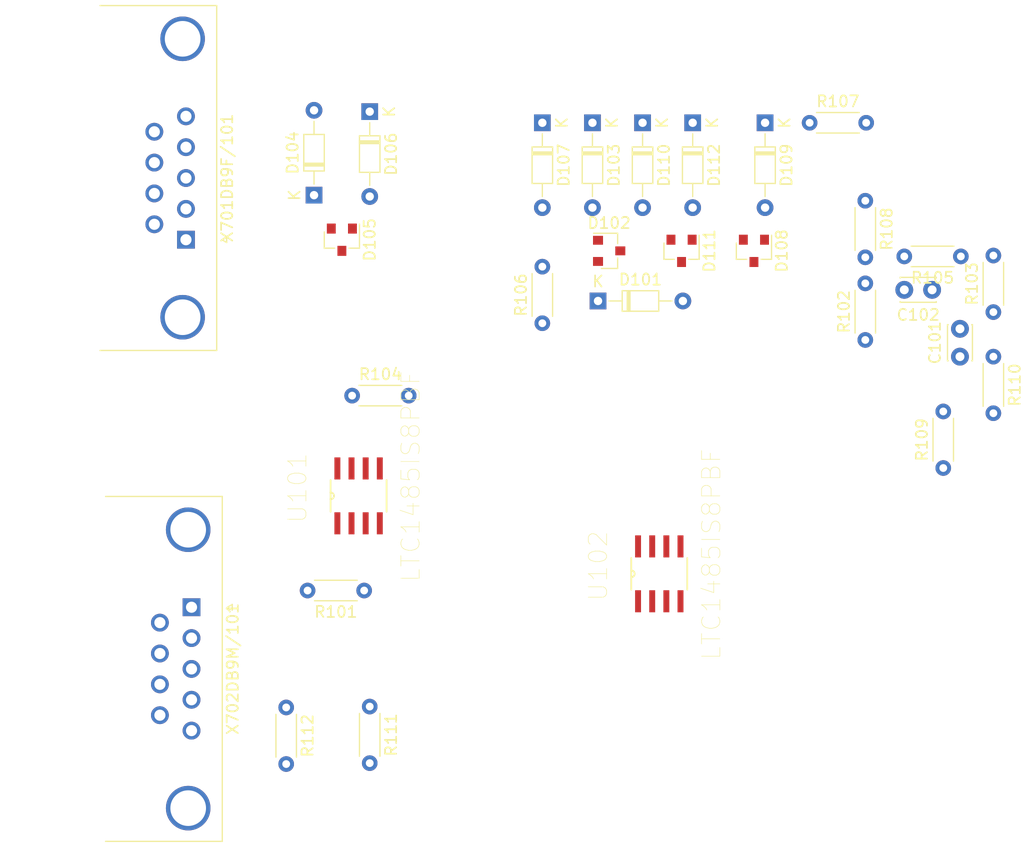
<source format=kicad_pcb>
(kicad_pcb (version 20171130) (host pcbnew 5.0.2-bee76a0~70~ubuntu16.04.1)

  (general
    (thickness 1.6)
    (drawings 0)
    (tracks 0)
    (zones 0)
    (modules 30)
    (nets 26)
  )

  (page A4)
  (title_block
    (title "KP99S RS485 PORT - Pagina 7/7")
    (date 2019-06-27)
    (rev V2)
    (company "CESE UBA - 7ma Cohorte")
    (comment 1 "Autor: Gustavo Fabian Paredes Delaloye")
    (comment 2 "Revisor: Julian Bustamante")
  )

  (layers
    (0 F.Cu signal)
    (31 B.Cu signal)
    (32 B.Adhes user)
    (33 F.Adhes user)
    (34 B.Paste user)
    (35 F.Paste user)
    (36 B.SilkS user)
    (37 F.SilkS user)
    (38 B.Mask user)
    (39 F.Mask user)
    (40 Dwgs.User user)
    (41 Cmts.User user)
    (42 Eco1.User user)
    (43 Eco2.User user)
    (44 Edge.Cuts user)
    (45 Margin user)
    (46 B.CrtYd user)
    (47 F.CrtYd user)
    (48 B.Fab user)
    (49 F.Fab user)
  )

  (setup
    (last_trace_width 0.25)
    (trace_clearance 0.2)
    (zone_clearance 0.508)
    (zone_45_only no)
    (trace_min 0.2)
    (segment_width 0.2)
    (edge_width 0.15)
    (via_size 0.8)
    (via_drill 0.4)
    (via_min_size 0.4)
    (via_min_drill 0.3)
    (uvia_size 0.3)
    (uvia_drill 0.1)
    (uvias_allowed no)
    (uvia_min_size 0.2)
    (uvia_min_drill 0.1)
    (pcb_text_width 0.3)
    (pcb_text_size 1.5 1.5)
    (mod_edge_width 0.15)
    (mod_text_size 1 1)
    (mod_text_width 0.15)
    (pad_size 1.524 1.524)
    (pad_drill 0.762)
    (pad_to_mask_clearance 0.051)
    (solder_mask_min_width 0.25)
    (aux_axis_origin 0 0)
    (visible_elements FFFFFF7F)
    (pcbplotparams
      (layerselection 0x010fc_ffffffff)
      (usegerberextensions false)
      (usegerberattributes false)
      (usegerberadvancedattributes false)
      (creategerberjobfile false)
      (excludeedgelayer true)
      (linewidth 0.100000)
      (plotframeref false)
      (viasonmask false)
      (mode 1)
      (useauxorigin false)
      (hpglpennumber 1)
      (hpglpenspeed 20)
      (hpglpendiameter 15.000000)
      (psnegative false)
      (psa4output false)
      (plotreference true)
      (plotvalue true)
      (plotinvisibletext false)
      (padsonsilk false)
      (subtractmaskfromsilk false)
      (outputformat 1)
      (mirror false)
      (drillshape 1)
      (scaleselection 1)
      (outputdirectory ""))
  )

  (net 0 "")
  (net 1 +5V)
  (net 2 GNDD)
  (net 3 "Net-(D101-Pad1)")
  (net 4 /A_Data_N)
  (net 5 "Net-(D102-Pad1)")
  (net 6 /A_Data_P)
  (net 7 "Net-(D104-Pad1)")
  (net 8 "Net-(D105-Pad1)")
  (net 9 /B_Data_N)
  (net 10 "Net-(D107-Pad1)")
  (net 11 "Net-(D108-Pad1)")
  (net 12 /B_Data_P)
  (net 13 "Net-(D110-Pad1)")
  (net 14 "Net-(D111-Pad1)")
  (net 15 /LINE_A_SF)
  (net 16 /LINE_B_SF)
  (net 17 "Net-(R107-Pad2)")
  (net 18 "Net-(R109-Pad2)")
  (net 19 "Net-(R111-Pad1)")
  (net 20 /LINE_A_D1)
  (net 21 /LINE_A_D0)
  (net 22 /LINE_B_D0)
  (net 23 /LINE_B_D1)
  (net 24 "Net-(X701DB9F/101-Pad3)")
  (net 25 "Net-(X702DB9M/101-Pad3)")

  (net_class Default "This is the default net class."
    (clearance 0.2)
    (trace_width 0.25)
    (via_dia 0.8)
    (via_drill 0.4)
    (uvia_dia 0.3)
    (uvia_drill 0.1)
    (add_net +5V)
    (add_net /A_Data_N)
    (add_net /A_Data_P)
    (add_net /B_Data_N)
    (add_net /B_Data_P)
    (add_net /LINE_A_D0)
    (add_net /LINE_A_D1)
    (add_net /LINE_A_SF)
    (add_net /LINE_B_D0)
    (add_net /LINE_B_D1)
    (add_net /LINE_B_SF)
    (add_net GNDD)
    (add_net "Net-(D101-Pad1)")
    (add_net "Net-(D102-Pad1)")
    (add_net "Net-(D104-Pad1)")
    (add_net "Net-(D105-Pad1)")
    (add_net "Net-(D107-Pad1)")
    (add_net "Net-(D108-Pad1)")
    (add_net "Net-(D110-Pad1)")
    (add_net "Net-(D111-Pad1)")
    (add_net "Net-(R107-Pad2)")
    (add_net "Net-(R109-Pad2)")
    (add_net "Net-(R111-Pad1)")
    (add_net "Net-(X701DB9F/101-Pad3)")
    (add_net "Net-(X702DB9M/101-Pad3)")
  )

  (module Capacitor_THT:C_Disc_D3.0mm_W2.0mm_P2.50mm (layer F.Cu) (tedit 5AE50EF0) (tstamp 5D20A10E)
    (at 171 87 90)
    (descr "C, Disc series, Radial, pin pitch=2.50mm, , diameter*width=3*2mm^2, Capacitor")
    (tags "C Disc series Radial pin pitch 2.50mm  diameter 3mm width 2mm Capacitor")
    (path /5D118BBC)
    (fp_text reference C101 (at 1.25 -2.25 90) (layer F.SilkS)
      (effects (font (size 1 1) (thickness 0.15)))
    )
    (fp_text value 22nF (at 1.25 2.25 90) (layer F.Fab)
      (effects (font (size 1 1) (thickness 0.15)))
    )
    (fp_line (start -0.25 -1) (end -0.25 1) (layer F.Fab) (width 0.1))
    (fp_line (start -0.25 1) (end 2.75 1) (layer F.Fab) (width 0.1))
    (fp_line (start 2.75 1) (end 2.75 -1) (layer F.Fab) (width 0.1))
    (fp_line (start 2.75 -1) (end -0.25 -1) (layer F.Fab) (width 0.1))
    (fp_line (start -0.37 -1.12) (end 2.87 -1.12) (layer F.SilkS) (width 0.12))
    (fp_line (start -0.37 1.12) (end 2.87 1.12) (layer F.SilkS) (width 0.12))
    (fp_line (start -0.37 -1.12) (end -0.37 -1.055) (layer F.SilkS) (width 0.12))
    (fp_line (start -0.37 1.055) (end -0.37 1.12) (layer F.SilkS) (width 0.12))
    (fp_line (start 2.87 -1.12) (end 2.87 -1.055) (layer F.SilkS) (width 0.12))
    (fp_line (start 2.87 1.055) (end 2.87 1.12) (layer F.SilkS) (width 0.12))
    (fp_line (start -1.05 -1.25) (end -1.05 1.25) (layer F.CrtYd) (width 0.05))
    (fp_line (start -1.05 1.25) (end 3.55 1.25) (layer F.CrtYd) (width 0.05))
    (fp_line (start 3.55 1.25) (end 3.55 -1.25) (layer F.CrtYd) (width 0.05))
    (fp_line (start 3.55 -1.25) (end -1.05 -1.25) (layer F.CrtYd) (width 0.05))
    (fp_text user %R (at 1.25 0 90) (layer F.Fab)
      (effects (font (size 0.6 0.6) (thickness 0.09)))
    )
    (pad 1 thru_hole circle (at 0 0 90) (size 1.6 1.6) (drill 0.8) (layers *.Cu *.Mask)
      (net 1 +5V))
    (pad 2 thru_hole circle (at 2.5 0 90) (size 1.6 1.6) (drill 0.8) (layers *.Cu *.Mask)
      (net 2 GNDD))
    (model ${KISYS3DMOD}/Capacitor_THT.3dshapes/C_Disc_D3.0mm_W2.0mm_P2.50mm.wrl
      (at (xyz 0 0 0))
      (scale (xyz 1 1 1))
      (rotate (xyz 0 0 0))
    )
  )

  (module Capacitor_THT:C_Disc_D3.0mm_W2.0mm_P2.50mm (layer F.Cu) (tedit 5AE50EF0) (tstamp 5D20A123)
    (at 168.5 81 180)
    (descr "C, Disc series, Radial, pin pitch=2.50mm, , diameter*width=3*2mm^2, Capacitor")
    (tags "C Disc series Radial pin pitch 2.50mm  diameter 3mm width 2mm Capacitor")
    (path /5D252AF1)
    (fp_text reference C102 (at 1.25 -2.25 180) (layer F.SilkS)
      (effects (font (size 1 1) (thickness 0.15)))
    )
    (fp_text value 22nF (at 1.25 2.25 180) (layer F.Fab)
      (effects (font (size 1 1) (thickness 0.15)))
    )
    (fp_text user %R (at 1.25 0 180) (layer F.Fab)
      (effects (font (size 0.6 0.6) (thickness 0.09)))
    )
    (fp_line (start 3.55 -1.25) (end -1.05 -1.25) (layer F.CrtYd) (width 0.05))
    (fp_line (start 3.55 1.25) (end 3.55 -1.25) (layer F.CrtYd) (width 0.05))
    (fp_line (start -1.05 1.25) (end 3.55 1.25) (layer F.CrtYd) (width 0.05))
    (fp_line (start -1.05 -1.25) (end -1.05 1.25) (layer F.CrtYd) (width 0.05))
    (fp_line (start 2.87 1.055) (end 2.87 1.12) (layer F.SilkS) (width 0.12))
    (fp_line (start 2.87 -1.12) (end 2.87 -1.055) (layer F.SilkS) (width 0.12))
    (fp_line (start -0.37 1.055) (end -0.37 1.12) (layer F.SilkS) (width 0.12))
    (fp_line (start -0.37 -1.12) (end -0.37 -1.055) (layer F.SilkS) (width 0.12))
    (fp_line (start -0.37 1.12) (end 2.87 1.12) (layer F.SilkS) (width 0.12))
    (fp_line (start -0.37 -1.12) (end 2.87 -1.12) (layer F.SilkS) (width 0.12))
    (fp_line (start 2.75 -1) (end -0.25 -1) (layer F.Fab) (width 0.1))
    (fp_line (start 2.75 1) (end 2.75 -1) (layer F.Fab) (width 0.1))
    (fp_line (start -0.25 1) (end 2.75 1) (layer F.Fab) (width 0.1))
    (fp_line (start -0.25 -1) (end -0.25 1) (layer F.Fab) (width 0.1))
    (pad 2 thru_hole circle (at 2.5 0 180) (size 1.6 1.6) (drill 0.8) (layers *.Cu *.Mask)
      (net 2 GNDD))
    (pad 1 thru_hole circle (at 0 0 180) (size 1.6 1.6) (drill 0.8) (layers *.Cu *.Mask)
      (net 1 +5V))
    (model ${KISYS3DMOD}/Capacitor_THT.3dshapes/C_Disc_D3.0mm_W2.0mm_P2.50mm.wrl
      (at (xyz 0 0 0))
      (scale (xyz 1 1 1))
      (rotate (xyz 0 0 0))
    )
  )

  (module Diode_THT:D_DO-34_SOD68_P7.62mm_Horizontal (layer F.Cu) (tedit 5AE50CD5) (tstamp 5D20A142)
    (at 138.5 82)
    (descr "Diode, DO-34_SOD68 series, Axial, Horizontal, pin pitch=7.62mm, , length*diameter=3.04*1.6mm^2, , https://www.nxp.com/docs/en/data-sheet/KTY83_SER.pdf")
    (tags "Diode DO-34_SOD68 series Axial Horizontal pin pitch 7.62mm  length 3.04mm diameter 1.6mm")
    (path /5D2DCC15)
    (fp_text reference D101 (at 3.81 -1.92) (layer F.SilkS)
      (effects (font (size 1 1) (thickness 0.15)))
    )
    (fp_text value 4,7V (at 3.81 1.92) (layer F.Fab)
      (effects (font (size 1 1) (thickness 0.15)))
    )
    (fp_line (start 2.29 -0.8) (end 2.29 0.8) (layer F.Fab) (width 0.1))
    (fp_line (start 2.29 0.8) (end 5.33 0.8) (layer F.Fab) (width 0.1))
    (fp_line (start 5.33 0.8) (end 5.33 -0.8) (layer F.Fab) (width 0.1))
    (fp_line (start 5.33 -0.8) (end 2.29 -0.8) (layer F.Fab) (width 0.1))
    (fp_line (start 0 0) (end 2.29 0) (layer F.Fab) (width 0.1))
    (fp_line (start 7.62 0) (end 5.33 0) (layer F.Fab) (width 0.1))
    (fp_line (start 2.746 -0.8) (end 2.746 0.8) (layer F.Fab) (width 0.1))
    (fp_line (start 2.846 -0.8) (end 2.846 0.8) (layer F.Fab) (width 0.1))
    (fp_line (start 2.646 -0.8) (end 2.646 0.8) (layer F.Fab) (width 0.1))
    (fp_line (start 2.17 -0.92) (end 2.17 0.92) (layer F.SilkS) (width 0.12))
    (fp_line (start 2.17 0.92) (end 5.45 0.92) (layer F.SilkS) (width 0.12))
    (fp_line (start 5.45 0.92) (end 5.45 -0.92) (layer F.SilkS) (width 0.12))
    (fp_line (start 5.45 -0.92) (end 2.17 -0.92) (layer F.SilkS) (width 0.12))
    (fp_line (start 0.99 0) (end 2.17 0) (layer F.SilkS) (width 0.12))
    (fp_line (start 6.63 0) (end 5.45 0) (layer F.SilkS) (width 0.12))
    (fp_line (start 2.746 -0.92) (end 2.746 0.92) (layer F.SilkS) (width 0.12))
    (fp_line (start 2.866 -0.92) (end 2.866 0.92) (layer F.SilkS) (width 0.12))
    (fp_line (start 2.626 -0.92) (end 2.626 0.92) (layer F.SilkS) (width 0.12))
    (fp_line (start -1 -1.05) (end -1 1.05) (layer F.CrtYd) (width 0.05))
    (fp_line (start -1 1.05) (end 8.63 1.05) (layer F.CrtYd) (width 0.05))
    (fp_line (start 8.63 1.05) (end 8.63 -1.05) (layer F.CrtYd) (width 0.05))
    (fp_line (start 8.63 -1.05) (end -1 -1.05) (layer F.CrtYd) (width 0.05))
    (fp_text user %R (at 4.038 0) (layer F.Fab)
      (effects (font (size 0.608 0.608) (thickness 0.0912)))
    )
    (fp_text user K (at 0 -1.75) (layer F.Fab)
      (effects (font (size 1 1) (thickness 0.15)))
    )
    (fp_text user K (at 0 -1.75) (layer F.SilkS)
      (effects (font (size 1 1) (thickness 0.15)))
    )
    (pad 1 thru_hole rect (at 0 0) (size 1.5 1.5) (drill 0.75) (layers *.Cu *.Mask)
      (net 3 "Net-(D101-Pad1)"))
    (pad 2 thru_hole oval (at 7.62 0) (size 1.5 1.5) (drill 0.75) (layers *.Cu *.Mask)
      (net 4 /A_Data_N))
    (model ${KISYS3DMOD}/Diode_THT.3dshapes/D_DO-34_SOD68_P7.62mm_Horizontal.wrl
      (at (xyz 0 0 0))
      (scale (xyz 1 1 1))
      (rotate (xyz 0 0 0))
    )
  )

  (module Package_TO_SOT_SMD:SOT-23 (layer F.Cu) (tedit 5A02FF57) (tstamp 5D20A157)
    (at 139.5 77.5)
    (descr "SOT-23, Standard")
    (tags SOT-23)
    (path /5D2DCC23)
    (attr smd)
    (fp_text reference D102 (at 0 -2.5) (layer F.SilkS)
      (effects (font (size 1 1) (thickness 0.15)))
    )
    (fp_text value BAV99 (at 0 2.5) (layer F.Fab)
      (effects (font (size 1 1) (thickness 0.15)))
    )
    (fp_text user %R (at 0 0 90) (layer F.Fab)
      (effects (font (size 0.5 0.5) (thickness 0.075)))
    )
    (fp_line (start -0.7 -0.95) (end -0.7 1.5) (layer F.Fab) (width 0.1))
    (fp_line (start -0.15 -1.52) (end 0.7 -1.52) (layer F.Fab) (width 0.1))
    (fp_line (start -0.7 -0.95) (end -0.15 -1.52) (layer F.Fab) (width 0.1))
    (fp_line (start 0.7 -1.52) (end 0.7 1.52) (layer F.Fab) (width 0.1))
    (fp_line (start -0.7 1.52) (end 0.7 1.52) (layer F.Fab) (width 0.1))
    (fp_line (start 0.76 1.58) (end 0.76 0.65) (layer F.SilkS) (width 0.12))
    (fp_line (start 0.76 -1.58) (end 0.76 -0.65) (layer F.SilkS) (width 0.12))
    (fp_line (start -1.7 -1.75) (end 1.7 -1.75) (layer F.CrtYd) (width 0.05))
    (fp_line (start 1.7 -1.75) (end 1.7 1.75) (layer F.CrtYd) (width 0.05))
    (fp_line (start 1.7 1.75) (end -1.7 1.75) (layer F.CrtYd) (width 0.05))
    (fp_line (start -1.7 1.75) (end -1.7 -1.75) (layer F.CrtYd) (width 0.05))
    (fp_line (start 0.76 -1.58) (end -1.4 -1.58) (layer F.SilkS) (width 0.12))
    (fp_line (start 0.76 1.58) (end -0.7 1.58) (layer F.SilkS) (width 0.12))
    (pad 1 smd rect (at -1 -0.95) (size 0.9 0.8) (layers F.Cu F.Paste F.Mask)
      (net 5 "Net-(D102-Pad1)"))
    (pad 2 smd rect (at -1 0.95) (size 0.9 0.8) (layers F.Cu F.Paste F.Mask)
      (net 3 "Net-(D101-Pad1)"))
    (pad 3 smd rect (at 1 0) (size 0.9 0.8) (layers F.Cu F.Paste F.Mask)
      (net 2 GNDD))
    (model ${KISYS3DMOD}/Package_TO_SOT_SMD.3dshapes/SOT-23.wrl
      (at (xyz 0 0 0))
      (scale (xyz 1 1 1))
      (rotate (xyz 0 0 0))
    )
  )

  (module Diode_THT:D_DO-34_SOD68_P7.62mm_Horizontal (layer F.Cu) (tedit 5AE50CD5) (tstamp 5D20A176)
    (at 138 66 270)
    (descr "Diode, DO-34_SOD68 series, Axial, Horizontal, pin pitch=7.62mm, , length*diameter=3.04*1.6mm^2, , https://www.nxp.com/docs/en/data-sheet/KTY83_SER.pdf")
    (tags "Diode DO-34_SOD68 series Axial Horizontal pin pitch 7.62mm  length 3.04mm diameter 1.6mm")
    (path /5D2DCC1C)
    (fp_text reference D103 (at 3.81 -1.92 270) (layer F.SilkS)
      (effects (font (size 1 1) (thickness 0.15)))
    )
    (fp_text value 8,2V (at 3.81 1.92 270) (layer F.Fab)
      (effects (font (size 1 1) (thickness 0.15)))
    )
    (fp_text user K (at 0 -1.75 270) (layer F.SilkS)
      (effects (font (size 1 1) (thickness 0.15)))
    )
    (fp_text user K (at 0 -1.75 270) (layer F.Fab)
      (effects (font (size 1 1) (thickness 0.15)))
    )
    (fp_text user %R (at 4.038 0 270) (layer F.Fab)
      (effects (font (size 0.608 0.608) (thickness 0.0912)))
    )
    (fp_line (start 8.63 -1.05) (end -1 -1.05) (layer F.CrtYd) (width 0.05))
    (fp_line (start 8.63 1.05) (end 8.63 -1.05) (layer F.CrtYd) (width 0.05))
    (fp_line (start -1 1.05) (end 8.63 1.05) (layer F.CrtYd) (width 0.05))
    (fp_line (start -1 -1.05) (end -1 1.05) (layer F.CrtYd) (width 0.05))
    (fp_line (start 2.626 -0.92) (end 2.626 0.92) (layer F.SilkS) (width 0.12))
    (fp_line (start 2.866 -0.92) (end 2.866 0.92) (layer F.SilkS) (width 0.12))
    (fp_line (start 2.746 -0.92) (end 2.746 0.92) (layer F.SilkS) (width 0.12))
    (fp_line (start 6.63 0) (end 5.45 0) (layer F.SilkS) (width 0.12))
    (fp_line (start 0.99 0) (end 2.17 0) (layer F.SilkS) (width 0.12))
    (fp_line (start 5.45 -0.92) (end 2.17 -0.92) (layer F.SilkS) (width 0.12))
    (fp_line (start 5.45 0.92) (end 5.45 -0.92) (layer F.SilkS) (width 0.12))
    (fp_line (start 2.17 0.92) (end 5.45 0.92) (layer F.SilkS) (width 0.12))
    (fp_line (start 2.17 -0.92) (end 2.17 0.92) (layer F.SilkS) (width 0.12))
    (fp_line (start 2.646 -0.8) (end 2.646 0.8) (layer F.Fab) (width 0.1))
    (fp_line (start 2.846 -0.8) (end 2.846 0.8) (layer F.Fab) (width 0.1))
    (fp_line (start 2.746 -0.8) (end 2.746 0.8) (layer F.Fab) (width 0.1))
    (fp_line (start 7.62 0) (end 5.33 0) (layer F.Fab) (width 0.1))
    (fp_line (start 0 0) (end 2.29 0) (layer F.Fab) (width 0.1))
    (fp_line (start 5.33 -0.8) (end 2.29 -0.8) (layer F.Fab) (width 0.1))
    (fp_line (start 5.33 0.8) (end 5.33 -0.8) (layer F.Fab) (width 0.1))
    (fp_line (start 2.29 0.8) (end 5.33 0.8) (layer F.Fab) (width 0.1))
    (fp_line (start 2.29 -0.8) (end 2.29 0.8) (layer F.Fab) (width 0.1))
    (pad 2 thru_hole oval (at 7.62 0 270) (size 1.5 1.5) (drill 0.75) (layers *.Cu *.Mask)
      (net 5 "Net-(D102-Pad1)"))
    (pad 1 thru_hole rect (at 0 0 270) (size 1.5 1.5) (drill 0.75) (layers *.Cu *.Mask)
      (net 4 /A_Data_N))
    (model ${KISYS3DMOD}/Diode_THT.3dshapes/D_DO-34_SOD68_P7.62mm_Horizontal.wrl
      (at (xyz 0 0 0))
      (scale (xyz 1 1 1))
      (rotate (xyz 0 0 0))
    )
  )

  (module Diode_THT:D_DO-34_SOD68_P7.62mm_Horizontal (layer F.Cu) (tedit 5AE50CD5) (tstamp 5D20A195)
    (at 113 72.5 90)
    (descr "Diode, DO-34_SOD68 series, Axial, Horizontal, pin pitch=7.62mm, , length*diameter=3.04*1.6mm^2, , https://www.nxp.com/docs/en/data-sheet/KTY83_SER.pdf")
    (tags "Diode DO-34_SOD68 series Axial Horizontal pin pitch 7.62mm  length 3.04mm diameter 1.6mm")
    (path /5D08B5F6)
    (fp_text reference D104 (at 3.81 -1.92 90) (layer F.SilkS)
      (effects (font (size 1 1) (thickness 0.15)))
    )
    (fp_text value 4,7V (at 3.81 1.92 90) (layer F.Fab)
      (effects (font (size 1 1) (thickness 0.15)))
    )
    (fp_text user K (at 0 -1.75 90) (layer F.SilkS)
      (effects (font (size 1 1) (thickness 0.15)))
    )
    (fp_text user K (at 0 -1.75 90) (layer F.Fab)
      (effects (font (size 1 1) (thickness 0.15)))
    )
    (fp_text user %R (at 4.038 0 180) (layer F.Fab)
      (effects (font (size 0.608 0.608) (thickness 0.0912)))
    )
    (fp_line (start 8.63 -1.05) (end -1 -1.05) (layer F.CrtYd) (width 0.05))
    (fp_line (start 8.63 1.05) (end 8.63 -1.05) (layer F.CrtYd) (width 0.05))
    (fp_line (start -1 1.05) (end 8.63 1.05) (layer F.CrtYd) (width 0.05))
    (fp_line (start -1 -1.05) (end -1 1.05) (layer F.CrtYd) (width 0.05))
    (fp_line (start 2.626 -0.92) (end 2.626 0.92) (layer F.SilkS) (width 0.12))
    (fp_line (start 2.866 -0.92) (end 2.866 0.92) (layer F.SilkS) (width 0.12))
    (fp_line (start 2.746 -0.92) (end 2.746 0.92) (layer F.SilkS) (width 0.12))
    (fp_line (start 6.63 0) (end 5.45 0) (layer F.SilkS) (width 0.12))
    (fp_line (start 0.99 0) (end 2.17 0) (layer F.SilkS) (width 0.12))
    (fp_line (start 5.45 -0.92) (end 2.17 -0.92) (layer F.SilkS) (width 0.12))
    (fp_line (start 5.45 0.92) (end 5.45 -0.92) (layer F.SilkS) (width 0.12))
    (fp_line (start 2.17 0.92) (end 5.45 0.92) (layer F.SilkS) (width 0.12))
    (fp_line (start 2.17 -0.92) (end 2.17 0.92) (layer F.SilkS) (width 0.12))
    (fp_line (start 2.646 -0.8) (end 2.646 0.8) (layer F.Fab) (width 0.1))
    (fp_line (start 2.846 -0.8) (end 2.846 0.8) (layer F.Fab) (width 0.1))
    (fp_line (start 2.746 -0.8) (end 2.746 0.8) (layer F.Fab) (width 0.1))
    (fp_line (start 7.62 0) (end 5.33 0) (layer F.Fab) (width 0.1))
    (fp_line (start 0 0) (end 2.29 0) (layer F.Fab) (width 0.1))
    (fp_line (start 5.33 -0.8) (end 2.29 -0.8) (layer F.Fab) (width 0.1))
    (fp_line (start 5.33 0.8) (end 5.33 -0.8) (layer F.Fab) (width 0.1))
    (fp_line (start 2.29 0.8) (end 5.33 0.8) (layer F.Fab) (width 0.1))
    (fp_line (start 2.29 -0.8) (end 2.29 0.8) (layer F.Fab) (width 0.1))
    (pad 2 thru_hole oval (at 7.62 0 90) (size 1.5 1.5) (drill 0.75) (layers *.Cu *.Mask)
      (net 6 /A_Data_P))
    (pad 1 thru_hole rect (at 0 0 90) (size 1.5 1.5) (drill 0.75) (layers *.Cu *.Mask)
      (net 7 "Net-(D104-Pad1)"))
    (model ${KISYS3DMOD}/Diode_THT.3dshapes/D_DO-34_SOD68_P7.62mm_Horizontal.wrl
      (at (xyz 0 0 0))
      (scale (xyz 1 1 1))
      (rotate (xyz 0 0 0))
    )
  )

  (module Package_TO_SOT_SMD:SOT-23 (layer F.Cu) (tedit 5A02FF57) (tstamp 5D20A1AA)
    (at 115.5 76.5 270)
    (descr "SOT-23, Standard")
    (tags SOT-23)
    (path /5D08B851)
    (attr smd)
    (fp_text reference D105 (at 0 -2.5 270) (layer F.SilkS)
      (effects (font (size 1 1) (thickness 0.15)))
    )
    (fp_text value BAV99 (at 0 2.5 270) (layer F.Fab)
      (effects (font (size 1 1) (thickness 0.15)))
    )
    (fp_line (start 0.76 1.58) (end -0.7 1.58) (layer F.SilkS) (width 0.12))
    (fp_line (start 0.76 -1.58) (end -1.4 -1.58) (layer F.SilkS) (width 0.12))
    (fp_line (start -1.7 1.75) (end -1.7 -1.75) (layer F.CrtYd) (width 0.05))
    (fp_line (start 1.7 1.75) (end -1.7 1.75) (layer F.CrtYd) (width 0.05))
    (fp_line (start 1.7 -1.75) (end 1.7 1.75) (layer F.CrtYd) (width 0.05))
    (fp_line (start -1.7 -1.75) (end 1.7 -1.75) (layer F.CrtYd) (width 0.05))
    (fp_line (start 0.76 -1.58) (end 0.76 -0.65) (layer F.SilkS) (width 0.12))
    (fp_line (start 0.76 1.58) (end 0.76 0.65) (layer F.SilkS) (width 0.12))
    (fp_line (start -0.7 1.52) (end 0.7 1.52) (layer F.Fab) (width 0.1))
    (fp_line (start 0.7 -1.52) (end 0.7 1.52) (layer F.Fab) (width 0.1))
    (fp_line (start -0.7 -0.95) (end -0.15 -1.52) (layer F.Fab) (width 0.1))
    (fp_line (start -0.15 -1.52) (end 0.7 -1.52) (layer F.Fab) (width 0.1))
    (fp_line (start -0.7 -0.95) (end -0.7 1.5) (layer F.Fab) (width 0.1))
    (fp_text user %R (at 0 0) (layer F.Fab)
      (effects (font (size 0.5 0.5) (thickness 0.075)))
    )
    (pad 3 smd rect (at 1 0 270) (size 0.9 0.8) (layers F.Cu F.Paste F.Mask)
      (net 2 GNDD))
    (pad 2 smd rect (at -1 0.95 270) (size 0.9 0.8) (layers F.Cu F.Paste F.Mask)
      (net 7 "Net-(D104-Pad1)"))
    (pad 1 smd rect (at -1 -0.95 270) (size 0.9 0.8) (layers F.Cu F.Paste F.Mask)
      (net 8 "Net-(D105-Pad1)"))
    (model ${KISYS3DMOD}/Package_TO_SOT_SMD.3dshapes/SOT-23.wrl
      (at (xyz 0 0 0))
      (scale (xyz 1 1 1))
      (rotate (xyz 0 0 0))
    )
  )

  (module Diode_THT:D_DO-34_SOD68_P7.62mm_Horizontal (layer F.Cu) (tedit 5AE50CD5) (tstamp 5D20A1C9)
    (at 118 65 270)
    (descr "Diode, DO-34_SOD68 series, Axial, Horizontal, pin pitch=7.62mm, , length*diameter=3.04*1.6mm^2, , https://www.nxp.com/docs/en/data-sheet/KTY83_SER.pdf")
    (tags "Diode DO-34_SOD68 series Axial Horizontal pin pitch 7.62mm  length 3.04mm diameter 1.6mm")
    (path /5D08B654)
    (fp_text reference D106 (at 3.81 -1.92 270) (layer F.SilkS)
      (effects (font (size 1 1) (thickness 0.15)))
    )
    (fp_text value 8,2V (at 3.81 1.92 270) (layer F.Fab)
      (effects (font (size 1 1) (thickness 0.15)))
    )
    (fp_line (start 2.29 -0.8) (end 2.29 0.8) (layer F.Fab) (width 0.1))
    (fp_line (start 2.29 0.8) (end 5.33 0.8) (layer F.Fab) (width 0.1))
    (fp_line (start 5.33 0.8) (end 5.33 -0.8) (layer F.Fab) (width 0.1))
    (fp_line (start 5.33 -0.8) (end 2.29 -0.8) (layer F.Fab) (width 0.1))
    (fp_line (start 0 0) (end 2.29 0) (layer F.Fab) (width 0.1))
    (fp_line (start 7.62 0) (end 5.33 0) (layer F.Fab) (width 0.1))
    (fp_line (start 2.746 -0.8) (end 2.746 0.8) (layer F.Fab) (width 0.1))
    (fp_line (start 2.846 -0.8) (end 2.846 0.8) (layer F.Fab) (width 0.1))
    (fp_line (start 2.646 -0.8) (end 2.646 0.8) (layer F.Fab) (width 0.1))
    (fp_line (start 2.17 -0.92) (end 2.17 0.92) (layer F.SilkS) (width 0.12))
    (fp_line (start 2.17 0.92) (end 5.45 0.92) (layer F.SilkS) (width 0.12))
    (fp_line (start 5.45 0.92) (end 5.45 -0.92) (layer F.SilkS) (width 0.12))
    (fp_line (start 5.45 -0.92) (end 2.17 -0.92) (layer F.SilkS) (width 0.12))
    (fp_line (start 0.99 0) (end 2.17 0) (layer F.SilkS) (width 0.12))
    (fp_line (start 6.63 0) (end 5.45 0) (layer F.SilkS) (width 0.12))
    (fp_line (start 2.746 -0.92) (end 2.746 0.92) (layer F.SilkS) (width 0.12))
    (fp_line (start 2.866 -0.92) (end 2.866 0.92) (layer F.SilkS) (width 0.12))
    (fp_line (start 2.626 -0.92) (end 2.626 0.92) (layer F.SilkS) (width 0.12))
    (fp_line (start -1 -1.05) (end -1 1.05) (layer F.CrtYd) (width 0.05))
    (fp_line (start -1 1.05) (end 8.63 1.05) (layer F.CrtYd) (width 0.05))
    (fp_line (start 8.63 1.05) (end 8.63 -1.05) (layer F.CrtYd) (width 0.05))
    (fp_line (start 8.63 -1.05) (end -1 -1.05) (layer F.CrtYd) (width 0.05))
    (fp_text user %R (at 4.038 0 270) (layer F.Fab)
      (effects (font (size 0.608 0.608) (thickness 0.0912)))
    )
    (fp_text user K (at 0 -1.75 270) (layer F.Fab)
      (effects (font (size 1 1) (thickness 0.15)))
    )
    (fp_text user K (at 0 -1.75 270) (layer F.SilkS)
      (effects (font (size 1 1) (thickness 0.15)))
    )
    (pad 1 thru_hole rect (at 0 0 270) (size 1.5 1.5) (drill 0.75) (layers *.Cu *.Mask)
      (net 6 /A_Data_P))
    (pad 2 thru_hole oval (at 7.62 0 270) (size 1.5 1.5) (drill 0.75) (layers *.Cu *.Mask)
      (net 8 "Net-(D105-Pad1)"))
    (model ${KISYS3DMOD}/Diode_THT.3dshapes/D_DO-34_SOD68_P7.62mm_Horizontal.wrl
      (at (xyz 0 0 0))
      (scale (xyz 1 1 1))
      (rotate (xyz 0 0 0))
    )
  )

  (module Diode_THT:D_DO-34_SOD68_P7.62mm_Horizontal (layer F.Cu) (tedit 5AE50CD5) (tstamp 5D20A1E8)
    (at 133.5 66 270)
    (descr "Diode, DO-34_SOD68 series, Axial, Horizontal, pin pitch=7.62mm, , length*diameter=3.04*1.6mm^2, , https://www.nxp.com/docs/en/data-sheet/KTY83_SER.pdf")
    (tags "Diode DO-34_SOD68 series Axial Horizontal pin pitch 7.62mm  length 3.04mm diameter 1.6mm")
    (path /5D3560DC)
    (fp_text reference D107 (at 3.81 -1.92 270) (layer F.SilkS)
      (effects (font (size 1 1) (thickness 0.15)))
    )
    (fp_text value 4,7V (at 3.81 1.92 270) (layer F.Fab)
      (effects (font (size 1 1) (thickness 0.15)))
    )
    (fp_text user K (at 0 -1.75 270) (layer F.SilkS)
      (effects (font (size 1 1) (thickness 0.15)))
    )
    (fp_text user K (at 0 -1.75 270) (layer F.Fab)
      (effects (font (size 1 1) (thickness 0.15)))
    )
    (fp_text user %R (at 4.038 0 270) (layer F.Fab)
      (effects (font (size 0.608 0.608) (thickness 0.0912)))
    )
    (fp_line (start 8.63 -1.05) (end -1 -1.05) (layer F.CrtYd) (width 0.05))
    (fp_line (start 8.63 1.05) (end 8.63 -1.05) (layer F.CrtYd) (width 0.05))
    (fp_line (start -1 1.05) (end 8.63 1.05) (layer F.CrtYd) (width 0.05))
    (fp_line (start -1 -1.05) (end -1 1.05) (layer F.CrtYd) (width 0.05))
    (fp_line (start 2.626 -0.92) (end 2.626 0.92) (layer F.SilkS) (width 0.12))
    (fp_line (start 2.866 -0.92) (end 2.866 0.92) (layer F.SilkS) (width 0.12))
    (fp_line (start 2.746 -0.92) (end 2.746 0.92) (layer F.SilkS) (width 0.12))
    (fp_line (start 6.63 0) (end 5.45 0) (layer F.SilkS) (width 0.12))
    (fp_line (start 0.99 0) (end 2.17 0) (layer F.SilkS) (width 0.12))
    (fp_line (start 5.45 -0.92) (end 2.17 -0.92) (layer F.SilkS) (width 0.12))
    (fp_line (start 5.45 0.92) (end 5.45 -0.92) (layer F.SilkS) (width 0.12))
    (fp_line (start 2.17 0.92) (end 5.45 0.92) (layer F.SilkS) (width 0.12))
    (fp_line (start 2.17 -0.92) (end 2.17 0.92) (layer F.SilkS) (width 0.12))
    (fp_line (start 2.646 -0.8) (end 2.646 0.8) (layer F.Fab) (width 0.1))
    (fp_line (start 2.846 -0.8) (end 2.846 0.8) (layer F.Fab) (width 0.1))
    (fp_line (start 2.746 -0.8) (end 2.746 0.8) (layer F.Fab) (width 0.1))
    (fp_line (start 7.62 0) (end 5.33 0) (layer F.Fab) (width 0.1))
    (fp_line (start 0 0) (end 2.29 0) (layer F.Fab) (width 0.1))
    (fp_line (start 5.33 -0.8) (end 2.29 -0.8) (layer F.Fab) (width 0.1))
    (fp_line (start 5.33 0.8) (end 5.33 -0.8) (layer F.Fab) (width 0.1))
    (fp_line (start 2.29 0.8) (end 5.33 0.8) (layer F.Fab) (width 0.1))
    (fp_line (start 2.29 -0.8) (end 2.29 0.8) (layer F.Fab) (width 0.1))
    (pad 2 thru_hole oval (at 7.62 0 270) (size 1.5 1.5) (drill 0.75) (layers *.Cu *.Mask)
      (net 9 /B_Data_N))
    (pad 1 thru_hole rect (at 0 0 270) (size 1.5 1.5) (drill 0.75) (layers *.Cu *.Mask)
      (net 10 "Net-(D107-Pad1)"))
    (model ${KISYS3DMOD}/Diode_THT.3dshapes/D_DO-34_SOD68_P7.62mm_Horizontal.wrl
      (at (xyz 0 0 0))
      (scale (xyz 1 1 1))
      (rotate (xyz 0 0 0))
    )
  )

  (module Package_TO_SOT_SMD:SOT-23 (layer F.Cu) (tedit 5A02FF57) (tstamp 5D20A1FD)
    (at 152.5 77.5 270)
    (descr "SOT-23, Standard")
    (tags SOT-23)
    (path /5D35D2D4)
    (attr smd)
    (fp_text reference D108 (at 0 -2.5 270) (layer F.SilkS)
      (effects (font (size 1 1) (thickness 0.15)))
    )
    (fp_text value BAV99 (at 0 2.5 270) (layer F.Fab)
      (effects (font (size 1 1) (thickness 0.15)))
    )
    (fp_line (start 0.76 1.58) (end -0.7 1.58) (layer F.SilkS) (width 0.12))
    (fp_line (start 0.76 -1.58) (end -1.4 -1.58) (layer F.SilkS) (width 0.12))
    (fp_line (start -1.7 1.75) (end -1.7 -1.75) (layer F.CrtYd) (width 0.05))
    (fp_line (start 1.7 1.75) (end -1.7 1.75) (layer F.CrtYd) (width 0.05))
    (fp_line (start 1.7 -1.75) (end 1.7 1.75) (layer F.CrtYd) (width 0.05))
    (fp_line (start -1.7 -1.75) (end 1.7 -1.75) (layer F.CrtYd) (width 0.05))
    (fp_line (start 0.76 -1.58) (end 0.76 -0.65) (layer F.SilkS) (width 0.12))
    (fp_line (start 0.76 1.58) (end 0.76 0.65) (layer F.SilkS) (width 0.12))
    (fp_line (start -0.7 1.52) (end 0.7 1.52) (layer F.Fab) (width 0.1))
    (fp_line (start 0.7 -1.52) (end 0.7 1.52) (layer F.Fab) (width 0.1))
    (fp_line (start -0.7 -0.95) (end -0.15 -1.52) (layer F.Fab) (width 0.1))
    (fp_line (start -0.15 -1.52) (end 0.7 -1.52) (layer F.Fab) (width 0.1))
    (fp_line (start -0.7 -0.95) (end -0.7 1.5) (layer F.Fab) (width 0.1))
    (fp_text user %R (at 0 0) (layer F.Fab)
      (effects (font (size 0.5 0.5) (thickness 0.075)))
    )
    (pad 3 smd rect (at 1 0 270) (size 0.9 0.8) (layers F.Cu F.Paste F.Mask)
      (net 2 GNDD))
    (pad 2 smd rect (at -1 0.95 270) (size 0.9 0.8) (layers F.Cu F.Paste F.Mask)
      (net 10 "Net-(D107-Pad1)"))
    (pad 1 smd rect (at -1 -0.95 270) (size 0.9 0.8) (layers F.Cu F.Paste F.Mask)
      (net 11 "Net-(D108-Pad1)"))
    (model ${KISYS3DMOD}/Package_TO_SOT_SMD.3dshapes/SOT-23.wrl
      (at (xyz 0 0 0))
      (scale (xyz 1 1 1))
      (rotate (xyz 0 0 0))
    )
  )

  (module Diode_THT:D_DO-34_SOD68_P7.62mm_Horizontal (layer F.Cu) (tedit 5AE50CD5) (tstamp 5D20A21C)
    (at 153.5 66 270)
    (descr "Diode, DO-34_SOD68 series, Axial, Horizontal, pin pitch=7.62mm, , length*diameter=3.04*1.6mm^2, , https://www.nxp.com/docs/en/data-sheet/KTY83_SER.pdf")
    (tags "Diode DO-34_SOD68 series Axial Horizontal pin pitch 7.62mm  length 3.04mm diameter 1.6mm")
    (path /5D3560E3)
    (fp_text reference D109 (at 3.81 -1.92 270) (layer F.SilkS)
      (effects (font (size 1 1) (thickness 0.15)))
    )
    (fp_text value 8,2V (at 3.81 1.92 270) (layer F.Fab)
      (effects (font (size 1 1) (thickness 0.15)))
    )
    (fp_line (start 2.29 -0.8) (end 2.29 0.8) (layer F.Fab) (width 0.1))
    (fp_line (start 2.29 0.8) (end 5.33 0.8) (layer F.Fab) (width 0.1))
    (fp_line (start 5.33 0.8) (end 5.33 -0.8) (layer F.Fab) (width 0.1))
    (fp_line (start 5.33 -0.8) (end 2.29 -0.8) (layer F.Fab) (width 0.1))
    (fp_line (start 0 0) (end 2.29 0) (layer F.Fab) (width 0.1))
    (fp_line (start 7.62 0) (end 5.33 0) (layer F.Fab) (width 0.1))
    (fp_line (start 2.746 -0.8) (end 2.746 0.8) (layer F.Fab) (width 0.1))
    (fp_line (start 2.846 -0.8) (end 2.846 0.8) (layer F.Fab) (width 0.1))
    (fp_line (start 2.646 -0.8) (end 2.646 0.8) (layer F.Fab) (width 0.1))
    (fp_line (start 2.17 -0.92) (end 2.17 0.92) (layer F.SilkS) (width 0.12))
    (fp_line (start 2.17 0.92) (end 5.45 0.92) (layer F.SilkS) (width 0.12))
    (fp_line (start 5.45 0.92) (end 5.45 -0.92) (layer F.SilkS) (width 0.12))
    (fp_line (start 5.45 -0.92) (end 2.17 -0.92) (layer F.SilkS) (width 0.12))
    (fp_line (start 0.99 0) (end 2.17 0) (layer F.SilkS) (width 0.12))
    (fp_line (start 6.63 0) (end 5.45 0) (layer F.SilkS) (width 0.12))
    (fp_line (start 2.746 -0.92) (end 2.746 0.92) (layer F.SilkS) (width 0.12))
    (fp_line (start 2.866 -0.92) (end 2.866 0.92) (layer F.SilkS) (width 0.12))
    (fp_line (start 2.626 -0.92) (end 2.626 0.92) (layer F.SilkS) (width 0.12))
    (fp_line (start -1 -1.05) (end -1 1.05) (layer F.CrtYd) (width 0.05))
    (fp_line (start -1 1.05) (end 8.63 1.05) (layer F.CrtYd) (width 0.05))
    (fp_line (start 8.63 1.05) (end 8.63 -1.05) (layer F.CrtYd) (width 0.05))
    (fp_line (start 8.63 -1.05) (end -1 -1.05) (layer F.CrtYd) (width 0.05))
    (fp_text user %R (at 4.038 0 270) (layer F.Fab)
      (effects (font (size 0.608 0.608) (thickness 0.0912)))
    )
    (fp_text user K (at 0 -1.75 270) (layer F.Fab)
      (effects (font (size 1 1) (thickness 0.15)))
    )
    (fp_text user K (at 0 -1.75 270) (layer F.SilkS)
      (effects (font (size 1 1) (thickness 0.15)))
    )
    (pad 1 thru_hole rect (at 0 0 270) (size 1.5 1.5) (drill 0.75) (layers *.Cu *.Mask)
      (net 9 /B_Data_N))
    (pad 2 thru_hole oval (at 7.62 0 270) (size 1.5 1.5) (drill 0.75) (layers *.Cu *.Mask)
      (net 11 "Net-(D108-Pad1)"))
    (model ${KISYS3DMOD}/Diode_THT.3dshapes/D_DO-34_SOD68_P7.62mm_Horizontal.wrl
      (at (xyz 0 0 0))
      (scale (xyz 1 1 1))
      (rotate (xyz 0 0 0))
    )
  )

  (module Diode_THT:D_DO-34_SOD68_P7.62mm_Horizontal (layer F.Cu) (tedit 5AE50CD5) (tstamp 5D20A23B)
    (at 142.5 66 270)
    (descr "Diode, DO-34_SOD68 series, Axial, Horizontal, pin pitch=7.62mm, , length*diameter=3.04*1.6mm^2, , https://www.nxp.com/docs/en/data-sheet/KTY83_SER.pdf")
    (tags "Diode DO-34_SOD68 series Axial Horizontal pin pitch 7.62mm  length 3.04mm diameter 1.6mm")
    (path /5D3560B0)
    (fp_text reference D110 (at 3.81 -1.92 270) (layer F.SilkS)
      (effects (font (size 1 1) (thickness 0.15)))
    )
    (fp_text value 4,7V (at 3.81 1.92 270) (layer F.Fab)
      (effects (font (size 1 1) (thickness 0.15)))
    )
    (fp_text user K (at 0 -1.75 270) (layer F.SilkS)
      (effects (font (size 1 1) (thickness 0.15)))
    )
    (fp_text user K (at 0 -1.75 270) (layer F.Fab)
      (effects (font (size 1 1) (thickness 0.15)))
    )
    (fp_text user %R (at 4.038 0 270) (layer F.Fab)
      (effects (font (size 0.608 0.608) (thickness 0.0912)))
    )
    (fp_line (start 8.63 -1.05) (end -1 -1.05) (layer F.CrtYd) (width 0.05))
    (fp_line (start 8.63 1.05) (end 8.63 -1.05) (layer F.CrtYd) (width 0.05))
    (fp_line (start -1 1.05) (end 8.63 1.05) (layer F.CrtYd) (width 0.05))
    (fp_line (start -1 -1.05) (end -1 1.05) (layer F.CrtYd) (width 0.05))
    (fp_line (start 2.626 -0.92) (end 2.626 0.92) (layer F.SilkS) (width 0.12))
    (fp_line (start 2.866 -0.92) (end 2.866 0.92) (layer F.SilkS) (width 0.12))
    (fp_line (start 2.746 -0.92) (end 2.746 0.92) (layer F.SilkS) (width 0.12))
    (fp_line (start 6.63 0) (end 5.45 0) (layer F.SilkS) (width 0.12))
    (fp_line (start 0.99 0) (end 2.17 0) (layer F.SilkS) (width 0.12))
    (fp_line (start 5.45 -0.92) (end 2.17 -0.92) (layer F.SilkS) (width 0.12))
    (fp_line (start 5.45 0.92) (end 5.45 -0.92) (layer F.SilkS) (width 0.12))
    (fp_line (start 2.17 0.92) (end 5.45 0.92) (layer F.SilkS) (width 0.12))
    (fp_line (start 2.17 -0.92) (end 2.17 0.92) (layer F.SilkS) (width 0.12))
    (fp_line (start 2.646 -0.8) (end 2.646 0.8) (layer F.Fab) (width 0.1))
    (fp_line (start 2.846 -0.8) (end 2.846 0.8) (layer F.Fab) (width 0.1))
    (fp_line (start 2.746 -0.8) (end 2.746 0.8) (layer F.Fab) (width 0.1))
    (fp_line (start 7.62 0) (end 5.33 0) (layer F.Fab) (width 0.1))
    (fp_line (start 0 0) (end 2.29 0) (layer F.Fab) (width 0.1))
    (fp_line (start 5.33 -0.8) (end 2.29 -0.8) (layer F.Fab) (width 0.1))
    (fp_line (start 5.33 0.8) (end 5.33 -0.8) (layer F.Fab) (width 0.1))
    (fp_line (start 2.29 0.8) (end 5.33 0.8) (layer F.Fab) (width 0.1))
    (fp_line (start 2.29 -0.8) (end 2.29 0.8) (layer F.Fab) (width 0.1))
    (pad 2 thru_hole oval (at 7.62 0 270) (size 1.5 1.5) (drill 0.75) (layers *.Cu *.Mask)
      (net 12 /B_Data_P))
    (pad 1 thru_hole rect (at 0 0 270) (size 1.5 1.5) (drill 0.75) (layers *.Cu *.Mask)
      (net 13 "Net-(D110-Pad1)"))
    (model ${KISYS3DMOD}/Diode_THT.3dshapes/D_DO-34_SOD68_P7.62mm_Horizontal.wrl
      (at (xyz 0 0 0))
      (scale (xyz 1 1 1))
      (rotate (xyz 0 0 0))
    )
  )

  (module Package_TO_SOT_SMD:SOT-23 (layer F.Cu) (tedit 5A02FF57) (tstamp 5D20BF56)
    (at 146 77.5 270)
    (descr "SOT-23, Standard")
    (tags SOT-23)
    (path /5D35D6DF)
    (attr smd)
    (fp_text reference D111 (at 0 -2.5 270) (layer F.SilkS)
      (effects (font (size 1 1) (thickness 0.15)))
    )
    (fp_text value BAV99 (at 0 2.5 270) (layer F.Fab)
      (effects (font (size 1 1) (thickness 0.15)))
    )
    (fp_text user %R (at 0 0) (layer F.Fab)
      (effects (font (size 0.5 0.5) (thickness 0.075)))
    )
    (fp_line (start -0.7 -0.95) (end -0.7 1.5) (layer F.Fab) (width 0.1))
    (fp_line (start -0.15 -1.52) (end 0.7 -1.52) (layer F.Fab) (width 0.1))
    (fp_line (start -0.7 -0.95) (end -0.15 -1.52) (layer F.Fab) (width 0.1))
    (fp_line (start 0.7 -1.52) (end 0.7 1.52) (layer F.Fab) (width 0.1))
    (fp_line (start -0.7 1.52) (end 0.7 1.52) (layer F.Fab) (width 0.1))
    (fp_line (start 0.76 1.58) (end 0.76 0.65) (layer F.SilkS) (width 0.12))
    (fp_line (start 0.76 -1.58) (end 0.76 -0.65) (layer F.SilkS) (width 0.12))
    (fp_line (start -1.7 -1.75) (end 1.7 -1.75) (layer F.CrtYd) (width 0.05))
    (fp_line (start 1.7 -1.75) (end 1.7 1.75) (layer F.CrtYd) (width 0.05))
    (fp_line (start 1.7 1.75) (end -1.7 1.75) (layer F.CrtYd) (width 0.05))
    (fp_line (start -1.7 1.75) (end -1.7 -1.75) (layer F.CrtYd) (width 0.05))
    (fp_line (start 0.76 -1.58) (end -1.4 -1.58) (layer F.SilkS) (width 0.12))
    (fp_line (start 0.76 1.58) (end -0.7 1.58) (layer F.SilkS) (width 0.12))
    (pad 1 smd rect (at -1 -0.95 270) (size 0.9 0.8) (layers F.Cu F.Paste F.Mask)
      (net 14 "Net-(D111-Pad1)"))
    (pad 2 smd rect (at -1 0.95 270) (size 0.9 0.8) (layers F.Cu F.Paste F.Mask)
      (net 13 "Net-(D110-Pad1)"))
    (pad 3 smd rect (at 1 0 270) (size 0.9 0.8) (layers F.Cu F.Paste F.Mask)
      (net 2 GNDD))
    (model ${KISYS3DMOD}/Package_TO_SOT_SMD.3dshapes/SOT-23.wrl
      (at (xyz 0 0 0))
      (scale (xyz 1 1 1))
      (rotate (xyz 0 0 0))
    )
  )

  (module Diode_THT:D_DO-34_SOD68_P7.62mm_Horizontal (layer F.Cu) (tedit 5AE50CD5) (tstamp 5D20A26F)
    (at 147 66 270)
    (descr "Diode, DO-34_SOD68 series, Axial, Horizontal, pin pitch=7.62mm, , length*diameter=3.04*1.6mm^2, , https://www.nxp.com/docs/en/data-sheet/KTY83_SER.pdf")
    (tags "Diode DO-34_SOD68 series Axial Horizontal pin pitch 7.62mm  length 3.04mm diameter 1.6mm")
    (path /5D3560B7)
    (fp_text reference D112 (at 3.81 -1.92 270) (layer F.SilkS)
      (effects (font (size 1 1) (thickness 0.15)))
    )
    (fp_text value 8,2V (at 3.81 1.92 270) (layer F.Fab)
      (effects (font (size 1 1) (thickness 0.15)))
    )
    (fp_line (start 2.29 -0.8) (end 2.29 0.8) (layer F.Fab) (width 0.1))
    (fp_line (start 2.29 0.8) (end 5.33 0.8) (layer F.Fab) (width 0.1))
    (fp_line (start 5.33 0.8) (end 5.33 -0.8) (layer F.Fab) (width 0.1))
    (fp_line (start 5.33 -0.8) (end 2.29 -0.8) (layer F.Fab) (width 0.1))
    (fp_line (start 0 0) (end 2.29 0) (layer F.Fab) (width 0.1))
    (fp_line (start 7.62 0) (end 5.33 0) (layer F.Fab) (width 0.1))
    (fp_line (start 2.746 -0.8) (end 2.746 0.8) (layer F.Fab) (width 0.1))
    (fp_line (start 2.846 -0.8) (end 2.846 0.8) (layer F.Fab) (width 0.1))
    (fp_line (start 2.646 -0.8) (end 2.646 0.8) (layer F.Fab) (width 0.1))
    (fp_line (start 2.17 -0.92) (end 2.17 0.92) (layer F.SilkS) (width 0.12))
    (fp_line (start 2.17 0.92) (end 5.45 0.92) (layer F.SilkS) (width 0.12))
    (fp_line (start 5.45 0.92) (end 5.45 -0.92) (layer F.SilkS) (width 0.12))
    (fp_line (start 5.45 -0.92) (end 2.17 -0.92) (layer F.SilkS) (width 0.12))
    (fp_line (start 0.99 0) (end 2.17 0) (layer F.SilkS) (width 0.12))
    (fp_line (start 6.63 0) (end 5.45 0) (layer F.SilkS) (width 0.12))
    (fp_line (start 2.746 -0.92) (end 2.746 0.92) (layer F.SilkS) (width 0.12))
    (fp_line (start 2.866 -0.92) (end 2.866 0.92) (layer F.SilkS) (width 0.12))
    (fp_line (start 2.626 -0.92) (end 2.626 0.92) (layer F.SilkS) (width 0.12))
    (fp_line (start -1 -1.05) (end -1 1.05) (layer F.CrtYd) (width 0.05))
    (fp_line (start -1 1.05) (end 8.63 1.05) (layer F.CrtYd) (width 0.05))
    (fp_line (start 8.63 1.05) (end 8.63 -1.05) (layer F.CrtYd) (width 0.05))
    (fp_line (start 8.63 -1.05) (end -1 -1.05) (layer F.CrtYd) (width 0.05))
    (fp_text user %R (at 4.038 0 270) (layer F.Fab)
      (effects (font (size 0.608 0.608) (thickness 0.0912)))
    )
    (fp_text user K (at 0 -1.75 270) (layer F.Fab)
      (effects (font (size 1 1) (thickness 0.15)))
    )
    (fp_text user K (at 0 -1.75 270) (layer F.SilkS)
      (effects (font (size 1 1) (thickness 0.15)))
    )
    (pad 1 thru_hole rect (at 0 0 270) (size 1.5 1.5) (drill 0.75) (layers *.Cu *.Mask)
      (net 12 /B_Data_P))
    (pad 2 thru_hole oval (at 7.62 0 270) (size 1.5 1.5) (drill 0.75) (layers *.Cu *.Mask)
      (net 14 "Net-(D111-Pad1)"))
    (model ${KISYS3DMOD}/Diode_THT.3dshapes/D_DO-34_SOD68_P7.62mm_Horizontal.wrl
      (at (xyz 0 0 0))
      (scale (xyz 1 1 1))
      (rotate (xyz 0 0 0))
    )
  )

  (module Resistor_THT:R_Axial_DIN0204_L3.6mm_D1.6mm_P5.08mm_Horizontal (layer F.Cu) (tedit 5AE5139B) (tstamp 5D20A282)
    (at 117.5 108 180)
    (descr "Resistor, Axial_DIN0204 series, Axial, Horizontal, pin pitch=5.08mm, 0.167W, length*diameter=3.6*1.6mm^2, http://cdn-reichelt.de/documents/datenblatt/B400/1_4W%23YAG.pdf")
    (tags "Resistor Axial_DIN0204 series Axial Horizontal pin pitch 5.08mm 0.167W length 3.6mm diameter 1.6mm")
    (path /5D0D1F7A)
    (fp_text reference R101 (at 2.54 -1.92 180) (layer F.SilkS)
      (effects (font (size 1 1) (thickness 0.15)))
    )
    (fp_text value 10K (at 2.54 1.92 180) (layer F.Fab)
      (effects (font (size 1 1) (thickness 0.15)))
    )
    (fp_line (start 0.74 -0.8) (end 0.74 0.8) (layer F.Fab) (width 0.1))
    (fp_line (start 0.74 0.8) (end 4.34 0.8) (layer F.Fab) (width 0.1))
    (fp_line (start 4.34 0.8) (end 4.34 -0.8) (layer F.Fab) (width 0.1))
    (fp_line (start 4.34 -0.8) (end 0.74 -0.8) (layer F.Fab) (width 0.1))
    (fp_line (start 0 0) (end 0.74 0) (layer F.Fab) (width 0.1))
    (fp_line (start 5.08 0) (end 4.34 0) (layer F.Fab) (width 0.1))
    (fp_line (start 0.62 -0.92) (end 4.46 -0.92) (layer F.SilkS) (width 0.12))
    (fp_line (start 0.62 0.92) (end 4.46 0.92) (layer F.SilkS) (width 0.12))
    (fp_line (start -0.95 -1.05) (end -0.95 1.05) (layer F.CrtYd) (width 0.05))
    (fp_line (start -0.95 1.05) (end 6.03 1.05) (layer F.CrtYd) (width 0.05))
    (fp_line (start 6.03 1.05) (end 6.03 -1.05) (layer F.CrtYd) (width 0.05))
    (fp_line (start 6.03 -1.05) (end -0.95 -1.05) (layer F.CrtYd) (width 0.05))
    (fp_text user %R (at 2.54 0 180) (layer F.Fab)
      (effects (font (size 0.72 0.72) (thickness 0.108)))
    )
    (pad 1 thru_hole circle (at 0 0 180) (size 1.4 1.4) (drill 0.7) (layers *.Cu *.Mask)
      (net 15 /LINE_A_SF))
    (pad 2 thru_hole oval (at 5.08 0 180) (size 1.4 1.4) (drill 0.7) (layers *.Cu *.Mask)
      (net 2 GNDD))
    (model ${KISYS3DMOD}/Resistor_THT.3dshapes/R_Axial_DIN0204_L3.6mm_D1.6mm_P5.08mm_Horizontal.wrl
      (at (xyz 0 0 0))
      (scale (xyz 1 1 1))
      (rotate (xyz 0 0 0))
    )
  )

  (module Resistor_THT:R_Axial_DIN0204_L3.6mm_D1.6mm_P5.08mm_Horizontal (layer F.Cu) (tedit 5AE5139B) (tstamp 5D20A295)
    (at 162.5 85.5 90)
    (descr "Resistor, Axial_DIN0204 series, Axial, Horizontal, pin pitch=5.08mm, 0.167W, length*diameter=3.6*1.6mm^2, http://cdn-reichelt.de/documents/datenblatt/B400/1_4W%23YAG.pdf")
    (tags "Resistor Axial_DIN0204 series Axial Horizontal pin pitch 5.08mm 0.167W length 3.6mm diameter 1.6mm")
    (path /5D252ADD)
    (fp_text reference R102 (at 2.54 -1.92 90) (layer F.SilkS)
      (effects (font (size 1 1) (thickness 0.15)))
    )
    (fp_text value 10K (at 2.54 1.92 90) (layer F.Fab)
      (effects (font (size 1 1) (thickness 0.15)))
    )
    (fp_text user %R (at 2.54 0 90) (layer F.Fab)
      (effects (font (size 0.72 0.72) (thickness 0.108)))
    )
    (fp_line (start 6.03 -1.05) (end -0.95 -1.05) (layer F.CrtYd) (width 0.05))
    (fp_line (start 6.03 1.05) (end 6.03 -1.05) (layer F.CrtYd) (width 0.05))
    (fp_line (start -0.95 1.05) (end 6.03 1.05) (layer F.CrtYd) (width 0.05))
    (fp_line (start -0.95 -1.05) (end -0.95 1.05) (layer F.CrtYd) (width 0.05))
    (fp_line (start 0.62 0.92) (end 4.46 0.92) (layer F.SilkS) (width 0.12))
    (fp_line (start 0.62 -0.92) (end 4.46 -0.92) (layer F.SilkS) (width 0.12))
    (fp_line (start 5.08 0) (end 4.34 0) (layer F.Fab) (width 0.1))
    (fp_line (start 0 0) (end 0.74 0) (layer F.Fab) (width 0.1))
    (fp_line (start 4.34 -0.8) (end 0.74 -0.8) (layer F.Fab) (width 0.1))
    (fp_line (start 4.34 0.8) (end 4.34 -0.8) (layer F.Fab) (width 0.1))
    (fp_line (start 0.74 0.8) (end 4.34 0.8) (layer F.Fab) (width 0.1))
    (fp_line (start 0.74 -0.8) (end 0.74 0.8) (layer F.Fab) (width 0.1))
    (pad 2 thru_hole oval (at 5.08 0 90) (size 1.4 1.4) (drill 0.7) (layers *.Cu *.Mask)
      (net 2 GNDD))
    (pad 1 thru_hole circle (at 0 0 90) (size 1.4 1.4) (drill 0.7) (layers *.Cu *.Mask)
      (net 16 /LINE_B_SF))
    (model ${KISYS3DMOD}/Resistor_THT.3dshapes/R_Axial_DIN0204_L3.6mm_D1.6mm_P5.08mm_Horizontal.wrl
      (at (xyz 0 0 0))
      (scale (xyz 1 1 1))
      (rotate (xyz 0 0 0))
    )
  )

  (module Resistor_THT:R_Axial_DIN0204_L3.6mm_D1.6mm_P5.08mm_Horizontal (layer F.Cu) (tedit 5AE5139B) (tstamp 5D20A2A8)
    (at 174 83 90)
    (descr "Resistor, Axial_DIN0204 series, Axial, Horizontal, pin pitch=5.08mm, 0.167W, length*diameter=3.6*1.6mm^2, http://cdn-reichelt.de/documents/datenblatt/B400/1_4W%23YAG.pdf")
    (tags "Resistor Axial_DIN0204 series Axial Horizontal pin pitch 5.08mm 0.167W length 3.6mm diameter 1.6mm")
    (path /5CE42F3F)
    (fp_text reference R103 (at 2.54 -1.92 90) (layer F.SilkS)
      (effects (font (size 1 1) (thickness 0.15)))
    )
    (fp_text value 68K (at 2.54 1.92 90) (layer F.Fab)
      (effects (font (size 1 1) (thickness 0.15)))
    )
    (fp_text user %R (at 2.54 0 90) (layer F.Fab)
      (effects (font (size 0.72 0.72) (thickness 0.108)))
    )
    (fp_line (start 6.03 -1.05) (end -0.95 -1.05) (layer F.CrtYd) (width 0.05))
    (fp_line (start 6.03 1.05) (end 6.03 -1.05) (layer F.CrtYd) (width 0.05))
    (fp_line (start -0.95 1.05) (end 6.03 1.05) (layer F.CrtYd) (width 0.05))
    (fp_line (start -0.95 -1.05) (end -0.95 1.05) (layer F.CrtYd) (width 0.05))
    (fp_line (start 0.62 0.92) (end 4.46 0.92) (layer F.SilkS) (width 0.12))
    (fp_line (start 0.62 -0.92) (end 4.46 -0.92) (layer F.SilkS) (width 0.12))
    (fp_line (start 5.08 0) (end 4.34 0) (layer F.Fab) (width 0.1))
    (fp_line (start 0 0) (end 0.74 0) (layer F.Fab) (width 0.1))
    (fp_line (start 4.34 -0.8) (end 0.74 -0.8) (layer F.Fab) (width 0.1))
    (fp_line (start 4.34 0.8) (end 4.34 -0.8) (layer F.Fab) (width 0.1))
    (fp_line (start 0.74 0.8) (end 4.34 0.8) (layer F.Fab) (width 0.1))
    (fp_line (start 0.74 -0.8) (end 0.74 0.8) (layer F.Fab) (width 0.1))
    (pad 2 thru_hole oval (at 5.08 0 90) (size 1.4 1.4) (drill 0.7) (layers *.Cu *.Mask)
      (net 4 /A_Data_N))
    (pad 1 thru_hole circle (at 0 0 90) (size 1.4 1.4) (drill 0.7) (layers *.Cu *.Mask)
      (net 1 +5V))
    (model ${KISYS3DMOD}/Resistor_THT.3dshapes/R_Axial_DIN0204_L3.6mm_D1.6mm_P5.08mm_Horizontal.wrl
      (at (xyz 0 0 0))
      (scale (xyz 1 1 1))
      (rotate (xyz 0 0 0))
    )
  )

  (module Resistor_THT:R_Axial_DIN0204_L3.6mm_D1.6mm_P5.08mm_Horizontal (layer F.Cu) (tedit 5AE5139B) (tstamp 5D20A2BB)
    (at 116.42 90.5)
    (descr "Resistor, Axial_DIN0204 series, Axial, Horizontal, pin pitch=5.08mm, 0.167W, length*diameter=3.6*1.6mm^2, http://cdn-reichelt.de/documents/datenblatt/B400/1_4W%23YAG.pdf")
    (tags "Resistor Axial_DIN0204 series Axial Horizontal pin pitch 5.08mm 0.167W length 3.6mm diameter 1.6mm")
    (path /5CE430BC)
    (fp_text reference R104 (at 2.54 -1.92) (layer F.SilkS)
      (effects (font (size 1 1) (thickness 0.15)))
    )
    (fp_text value 27K (at 2.54 1.92) (layer F.Fab)
      (effects (font (size 1 1) (thickness 0.15)))
    )
    (fp_line (start 0.74 -0.8) (end 0.74 0.8) (layer F.Fab) (width 0.1))
    (fp_line (start 0.74 0.8) (end 4.34 0.8) (layer F.Fab) (width 0.1))
    (fp_line (start 4.34 0.8) (end 4.34 -0.8) (layer F.Fab) (width 0.1))
    (fp_line (start 4.34 -0.8) (end 0.74 -0.8) (layer F.Fab) (width 0.1))
    (fp_line (start 0 0) (end 0.74 0) (layer F.Fab) (width 0.1))
    (fp_line (start 5.08 0) (end 4.34 0) (layer F.Fab) (width 0.1))
    (fp_line (start 0.62 -0.92) (end 4.46 -0.92) (layer F.SilkS) (width 0.12))
    (fp_line (start 0.62 0.92) (end 4.46 0.92) (layer F.SilkS) (width 0.12))
    (fp_line (start -0.95 -1.05) (end -0.95 1.05) (layer F.CrtYd) (width 0.05))
    (fp_line (start -0.95 1.05) (end 6.03 1.05) (layer F.CrtYd) (width 0.05))
    (fp_line (start 6.03 1.05) (end 6.03 -1.05) (layer F.CrtYd) (width 0.05))
    (fp_line (start 6.03 -1.05) (end -0.95 -1.05) (layer F.CrtYd) (width 0.05))
    (fp_text user %R (at 2.54 0) (layer F.Fab)
      (effects (font (size 0.72 0.72) (thickness 0.108)))
    )
    (pad 1 thru_hole circle (at 0 0) (size 1.4 1.4) (drill 0.7) (layers *.Cu *.Mask)
      (net 4 /A_Data_N))
    (pad 2 thru_hole oval (at 5.08 0) (size 1.4 1.4) (drill 0.7) (layers *.Cu *.Mask)
      (net 4 /A_Data_N))
    (model ${KISYS3DMOD}/Resistor_THT.3dshapes/R_Axial_DIN0204_L3.6mm_D1.6mm_P5.08mm_Horizontal.wrl
      (at (xyz 0 0 0))
      (scale (xyz 1 1 1))
      (rotate (xyz 0 0 0))
    )
  )

  (module Resistor_THT:R_Axial_DIN0204_L3.6mm_D1.6mm_P5.08mm_Horizontal (layer F.Cu) (tedit 5AE5139B) (tstamp 5D20A2CE)
    (at 171.08 78 180)
    (descr "Resistor, Axial_DIN0204 series, Axial, Horizontal, pin pitch=5.08mm, 0.167W, length*diameter=3.6*1.6mm^2, http://cdn-reichelt.de/documents/datenblatt/B400/1_4W%23YAG.pdf")
    (tags "Resistor Axial_DIN0204 series Axial Horizontal pin pitch 5.08mm 0.167W length 3.6mm diameter 1.6mm")
    (path /5CE430FA)
    (fp_text reference R105 (at 2.54 -1.92 180) (layer F.SilkS)
      (effects (font (size 1 1) (thickness 0.15)))
    )
    (fp_text value 68K (at 2.54 1.92 180) (layer F.Fab)
      (effects (font (size 1 1) (thickness 0.15)))
    )
    (fp_line (start 0.74 -0.8) (end 0.74 0.8) (layer F.Fab) (width 0.1))
    (fp_line (start 0.74 0.8) (end 4.34 0.8) (layer F.Fab) (width 0.1))
    (fp_line (start 4.34 0.8) (end 4.34 -0.8) (layer F.Fab) (width 0.1))
    (fp_line (start 4.34 -0.8) (end 0.74 -0.8) (layer F.Fab) (width 0.1))
    (fp_line (start 0 0) (end 0.74 0) (layer F.Fab) (width 0.1))
    (fp_line (start 5.08 0) (end 4.34 0) (layer F.Fab) (width 0.1))
    (fp_line (start 0.62 -0.92) (end 4.46 -0.92) (layer F.SilkS) (width 0.12))
    (fp_line (start 0.62 0.92) (end 4.46 0.92) (layer F.SilkS) (width 0.12))
    (fp_line (start -0.95 -1.05) (end -0.95 1.05) (layer F.CrtYd) (width 0.05))
    (fp_line (start -0.95 1.05) (end 6.03 1.05) (layer F.CrtYd) (width 0.05))
    (fp_line (start 6.03 1.05) (end 6.03 -1.05) (layer F.CrtYd) (width 0.05))
    (fp_line (start 6.03 -1.05) (end -0.95 -1.05) (layer F.CrtYd) (width 0.05))
    (fp_text user %R (at 2.54 0 180) (layer F.Fab)
      (effects (font (size 0.72 0.72) (thickness 0.108)))
    )
    (pad 1 thru_hole circle (at 0 0 180) (size 1.4 1.4) (drill 0.7) (layers *.Cu *.Mask)
      (net 4 /A_Data_N))
    (pad 2 thru_hole oval (at 5.08 0 180) (size 1.4 1.4) (drill 0.7) (layers *.Cu *.Mask)
      (net 2 GNDD))
    (model ${KISYS3DMOD}/Resistor_THT.3dshapes/R_Axial_DIN0204_L3.6mm_D1.6mm_P5.08mm_Horizontal.wrl
      (at (xyz 0 0 0))
      (scale (xyz 1 1 1))
      (rotate (xyz 0 0 0))
    )
  )

  (module Resistor_THT:R_Axial_DIN0204_L3.6mm_D1.6mm_P5.08mm_Horizontal (layer F.Cu) (tedit 5AE5139B) (tstamp 5D20A2E1)
    (at 133.5 84 90)
    (descr "Resistor, Axial_DIN0204 series, Axial, Horizontal, pin pitch=5.08mm, 0.167W, length*diameter=3.6*1.6mm^2, http://cdn-reichelt.de/documents/datenblatt/B400/1_4W%23YAG.pdf")
    (tags "Resistor Axial_DIN0204 series Axial Horizontal pin pitch 5.08mm 0.167W length 3.6mm diameter 1.6mm")
    (path /5CE4D6F2)
    (fp_text reference R106 (at 2.54 -1.92 90) (layer F.SilkS)
      (effects (font (size 1 1) (thickness 0.15)))
    )
    (fp_text value 68K (at 2.54 1.92 90) (layer F.Fab)
      (effects (font (size 1 1) (thickness 0.15)))
    )
    (fp_text user %R (at 2.54 0 90) (layer F.Fab)
      (effects (font (size 0.72 0.72) (thickness 0.108)))
    )
    (fp_line (start 6.03 -1.05) (end -0.95 -1.05) (layer F.CrtYd) (width 0.05))
    (fp_line (start 6.03 1.05) (end 6.03 -1.05) (layer F.CrtYd) (width 0.05))
    (fp_line (start -0.95 1.05) (end 6.03 1.05) (layer F.CrtYd) (width 0.05))
    (fp_line (start -0.95 -1.05) (end -0.95 1.05) (layer F.CrtYd) (width 0.05))
    (fp_line (start 0.62 0.92) (end 4.46 0.92) (layer F.SilkS) (width 0.12))
    (fp_line (start 0.62 -0.92) (end 4.46 -0.92) (layer F.SilkS) (width 0.12))
    (fp_line (start 5.08 0) (end 4.34 0) (layer F.Fab) (width 0.1))
    (fp_line (start 0 0) (end 0.74 0) (layer F.Fab) (width 0.1))
    (fp_line (start 4.34 -0.8) (end 0.74 -0.8) (layer F.Fab) (width 0.1))
    (fp_line (start 4.34 0.8) (end 4.34 -0.8) (layer F.Fab) (width 0.1))
    (fp_line (start 0.74 0.8) (end 4.34 0.8) (layer F.Fab) (width 0.1))
    (fp_line (start 0.74 -0.8) (end 0.74 0.8) (layer F.Fab) (width 0.1))
    (pad 2 thru_hole oval (at 5.08 0 90) (size 1.4 1.4) (drill 0.7) (layers *.Cu *.Mask)
      (net 9 /B_Data_N))
    (pad 1 thru_hole circle (at 0 0 90) (size 1.4 1.4) (drill 0.7) (layers *.Cu *.Mask)
      (net 1 +5V))
    (model ${KISYS3DMOD}/Resistor_THT.3dshapes/R_Axial_DIN0204_L3.6mm_D1.6mm_P5.08mm_Horizontal.wrl
      (at (xyz 0 0 0))
      (scale (xyz 1 1 1))
      (rotate (xyz 0 0 0))
    )
  )

  (module Resistor_THT:R_Axial_DIN0204_L3.6mm_D1.6mm_P5.08mm_Horizontal (layer F.Cu) (tedit 5AE5139B) (tstamp 5D20A2F4)
    (at 157.5 66)
    (descr "Resistor, Axial_DIN0204 series, Axial, Horizontal, pin pitch=5.08mm, 0.167W, length*diameter=3.6*1.6mm^2, http://cdn-reichelt.de/documents/datenblatt/B400/1_4W%23YAG.pdf")
    (tags "Resistor Axial_DIN0204 series Axial Horizontal pin pitch 5.08mm 0.167W length 3.6mm diameter 1.6mm")
    (path /5CE4D6F9)
    (fp_text reference R107 (at 2.54 -1.92) (layer F.SilkS)
      (effects (font (size 1 1) (thickness 0.15)))
    )
    (fp_text value 27K (at 2.54 1.92) (layer F.Fab)
      (effects (font (size 1 1) (thickness 0.15)))
    )
    (fp_line (start 0.74 -0.8) (end 0.74 0.8) (layer F.Fab) (width 0.1))
    (fp_line (start 0.74 0.8) (end 4.34 0.8) (layer F.Fab) (width 0.1))
    (fp_line (start 4.34 0.8) (end 4.34 -0.8) (layer F.Fab) (width 0.1))
    (fp_line (start 4.34 -0.8) (end 0.74 -0.8) (layer F.Fab) (width 0.1))
    (fp_line (start 0 0) (end 0.74 0) (layer F.Fab) (width 0.1))
    (fp_line (start 5.08 0) (end 4.34 0) (layer F.Fab) (width 0.1))
    (fp_line (start 0.62 -0.92) (end 4.46 -0.92) (layer F.SilkS) (width 0.12))
    (fp_line (start 0.62 0.92) (end 4.46 0.92) (layer F.SilkS) (width 0.12))
    (fp_line (start -0.95 -1.05) (end -0.95 1.05) (layer F.CrtYd) (width 0.05))
    (fp_line (start -0.95 1.05) (end 6.03 1.05) (layer F.CrtYd) (width 0.05))
    (fp_line (start 6.03 1.05) (end 6.03 -1.05) (layer F.CrtYd) (width 0.05))
    (fp_line (start 6.03 -1.05) (end -0.95 -1.05) (layer F.CrtYd) (width 0.05))
    (fp_text user %R (at 2.54 0) (layer F.Fab)
      (effects (font (size 0.72 0.72) (thickness 0.108)))
    )
    (pad 1 thru_hole circle (at 0 0) (size 1.4 1.4) (drill 0.7) (layers *.Cu *.Mask)
      (net 9 /B_Data_N))
    (pad 2 thru_hole oval (at 5.08 0) (size 1.4 1.4) (drill 0.7) (layers *.Cu *.Mask)
      (net 17 "Net-(R107-Pad2)"))
    (model ${KISYS3DMOD}/Resistor_THT.3dshapes/R_Axial_DIN0204_L3.6mm_D1.6mm_P5.08mm_Horizontal.wrl
      (at (xyz 0 0 0))
      (scale (xyz 1 1 1))
      (rotate (xyz 0 0 0))
    )
  )

  (module Resistor_THT:R_Axial_DIN0204_L3.6mm_D1.6mm_P5.08mm_Horizontal (layer F.Cu) (tedit 5AE5139B) (tstamp 5D20A307)
    (at 162.5 73 270)
    (descr "Resistor, Axial_DIN0204 series, Axial, Horizontal, pin pitch=5.08mm, 0.167W, length*diameter=3.6*1.6mm^2, http://cdn-reichelt.de/documents/datenblatt/B400/1_4W%23YAG.pdf")
    (tags "Resistor Axial_DIN0204 series Axial Horizontal pin pitch 5.08mm 0.167W length 3.6mm diameter 1.6mm")
    (path /5CE4D700)
    (fp_text reference R108 (at 2.54 -1.92 270) (layer F.SilkS)
      (effects (font (size 1 1) (thickness 0.15)))
    )
    (fp_text value 68K (at 2.54 1.92 270) (layer F.Fab)
      (effects (font (size 1 1) (thickness 0.15)))
    )
    (fp_text user %R (at 2.54 0 270) (layer F.Fab)
      (effects (font (size 0.72 0.72) (thickness 0.108)))
    )
    (fp_line (start 6.03 -1.05) (end -0.95 -1.05) (layer F.CrtYd) (width 0.05))
    (fp_line (start 6.03 1.05) (end 6.03 -1.05) (layer F.CrtYd) (width 0.05))
    (fp_line (start -0.95 1.05) (end 6.03 1.05) (layer F.CrtYd) (width 0.05))
    (fp_line (start -0.95 -1.05) (end -0.95 1.05) (layer F.CrtYd) (width 0.05))
    (fp_line (start 0.62 0.92) (end 4.46 0.92) (layer F.SilkS) (width 0.12))
    (fp_line (start 0.62 -0.92) (end 4.46 -0.92) (layer F.SilkS) (width 0.12))
    (fp_line (start 5.08 0) (end 4.34 0) (layer F.Fab) (width 0.1))
    (fp_line (start 0 0) (end 0.74 0) (layer F.Fab) (width 0.1))
    (fp_line (start 4.34 -0.8) (end 0.74 -0.8) (layer F.Fab) (width 0.1))
    (fp_line (start 4.34 0.8) (end 4.34 -0.8) (layer F.Fab) (width 0.1))
    (fp_line (start 0.74 0.8) (end 4.34 0.8) (layer F.Fab) (width 0.1))
    (fp_line (start 0.74 -0.8) (end 0.74 0.8) (layer F.Fab) (width 0.1))
    (pad 2 thru_hole oval (at 5.08 0 270) (size 1.4 1.4) (drill 0.7) (layers *.Cu *.Mask)
      (net 2 GNDD))
    (pad 1 thru_hole circle (at 0 0 270) (size 1.4 1.4) (drill 0.7) (layers *.Cu *.Mask)
      (net 17 "Net-(R107-Pad2)"))
    (model ${KISYS3DMOD}/Resistor_THT.3dshapes/R_Axial_DIN0204_L3.6mm_D1.6mm_P5.08mm_Horizontal.wrl
      (at (xyz 0 0 0))
      (scale (xyz 1 1 1))
      (rotate (xyz 0 0 0))
    )
  )

  (module Resistor_THT:R_Axial_DIN0204_L3.6mm_D1.6mm_P5.08mm_Horizontal (layer F.Cu) (tedit 5AE5139B) (tstamp 5D20A31A)
    (at 169.5 97 90)
    (descr "Resistor, Axial_DIN0204 series, Axial, Horizontal, pin pitch=5.08mm, 0.167W, length*diameter=3.6*1.6mm^2, http://cdn-reichelt.de/documents/datenblatt/B400/1_4W%23YAG.pdf")
    (tags "Resistor Axial_DIN0204 series Axial Horizontal pin pitch 5.08mm 0.167W length 3.6mm diameter 1.6mm")
    (path /5CE3F55C)
    (fp_text reference R109 (at 2.54 -1.92 90) (layer F.SilkS)
      (effects (font (size 1 1) (thickness 0.15)))
    )
    (fp_text value 10R (at 2.54 1.92 90) (layer F.Fab)
      (effects (font (size 1 1) (thickness 0.15)))
    )
    (fp_line (start 0.74 -0.8) (end 0.74 0.8) (layer F.Fab) (width 0.1))
    (fp_line (start 0.74 0.8) (end 4.34 0.8) (layer F.Fab) (width 0.1))
    (fp_line (start 4.34 0.8) (end 4.34 -0.8) (layer F.Fab) (width 0.1))
    (fp_line (start 4.34 -0.8) (end 0.74 -0.8) (layer F.Fab) (width 0.1))
    (fp_line (start 0 0) (end 0.74 0) (layer F.Fab) (width 0.1))
    (fp_line (start 5.08 0) (end 4.34 0) (layer F.Fab) (width 0.1))
    (fp_line (start 0.62 -0.92) (end 4.46 -0.92) (layer F.SilkS) (width 0.12))
    (fp_line (start 0.62 0.92) (end 4.46 0.92) (layer F.SilkS) (width 0.12))
    (fp_line (start -0.95 -1.05) (end -0.95 1.05) (layer F.CrtYd) (width 0.05))
    (fp_line (start -0.95 1.05) (end 6.03 1.05) (layer F.CrtYd) (width 0.05))
    (fp_line (start 6.03 1.05) (end 6.03 -1.05) (layer F.CrtYd) (width 0.05))
    (fp_line (start 6.03 -1.05) (end -0.95 -1.05) (layer F.CrtYd) (width 0.05))
    (fp_text user %R (at 2.54 0 90) (layer F.Fab)
      (effects (font (size 0.72 0.72) (thickness 0.108)))
    )
    (pad 1 thru_hole circle (at 0 0 90) (size 1.4 1.4) (drill 0.7) (layers *.Cu *.Mask)
      (net 1 +5V))
    (pad 2 thru_hole oval (at 5.08 0 90) (size 1.4 1.4) (drill 0.7) (layers *.Cu *.Mask)
      (net 18 "Net-(R109-Pad2)"))
    (model ${KISYS3DMOD}/Resistor_THT.3dshapes/R_Axial_DIN0204_L3.6mm_D1.6mm_P5.08mm_Horizontal.wrl
      (at (xyz 0 0 0))
      (scale (xyz 1 1 1))
      (rotate (xyz 0 0 0))
    )
  )

  (module Resistor_THT:R_Axial_DIN0204_L3.6mm_D1.6mm_P5.08mm_Horizontal (layer F.Cu) (tedit 5AE5139B) (tstamp 5D20A32D)
    (at 174 87 270)
    (descr "Resistor, Axial_DIN0204 series, Axial, Horizontal, pin pitch=5.08mm, 0.167W, length*diameter=3.6*1.6mm^2, http://cdn-reichelt.de/documents/datenblatt/B400/1_4W%23YAG.pdf")
    (tags "Resistor Axial_DIN0204 series Axial Horizontal pin pitch 5.08mm 0.167W length 3.6mm diameter 1.6mm")
    (path /5CE3F5EA)
    (fp_text reference R110 (at 2.54 -1.92 270) (layer F.SilkS)
      (effects (font (size 1 1) (thickness 0.15)))
    )
    (fp_text value 10R (at 2.54 1.92 270) (layer F.Fab)
      (effects (font (size 1 1) (thickness 0.15)))
    )
    (fp_text user %R (at 2.54 0 270) (layer F.Fab)
      (effects (font (size 0.72 0.72) (thickness 0.108)))
    )
    (fp_line (start 6.03 -1.05) (end -0.95 -1.05) (layer F.CrtYd) (width 0.05))
    (fp_line (start 6.03 1.05) (end 6.03 -1.05) (layer F.CrtYd) (width 0.05))
    (fp_line (start -0.95 1.05) (end 6.03 1.05) (layer F.CrtYd) (width 0.05))
    (fp_line (start -0.95 -1.05) (end -0.95 1.05) (layer F.CrtYd) (width 0.05))
    (fp_line (start 0.62 0.92) (end 4.46 0.92) (layer F.SilkS) (width 0.12))
    (fp_line (start 0.62 -0.92) (end 4.46 -0.92) (layer F.SilkS) (width 0.12))
    (fp_line (start 5.08 0) (end 4.34 0) (layer F.Fab) (width 0.1))
    (fp_line (start 0 0) (end 0.74 0) (layer F.Fab) (width 0.1))
    (fp_line (start 4.34 -0.8) (end 0.74 -0.8) (layer F.Fab) (width 0.1))
    (fp_line (start 4.34 0.8) (end 4.34 -0.8) (layer F.Fab) (width 0.1))
    (fp_line (start 0.74 0.8) (end 4.34 0.8) (layer F.Fab) (width 0.1))
    (fp_line (start 0.74 -0.8) (end 0.74 0.8) (layer F.Fab) (width 0.1))
    (pad 2 thru_hole oval (at 5.08 0 270) (size 1.4 1.4) (drill 0.7) (layers *.Cu *.Mask)
      (net 18 "Net-(R109-Pad2)"))
    (pad 1 thru_hole circle (at 0 0 270) (size 1.4 1.4) (drill 0.7) (layers *.Cu *.Mask)
      (net 1 +5V))
    (model ${KISYS3DMOD}/Resistor_THT.3dshapes/R_Axial_DIN0204_L3.6mm_D1.6mm_P5.08mm_Horizontal.wrl
      (at (xyz 0 0 0))
      (scale (xyz 1 1 1))
      (rotate (xyz 0 0 0))
    )
  )

  (module Resistor_THT:R_Axial_DIN0204_L3.6mm_D1.6mm_P5.08mm_Horizontal (layer F.Cu) (tedit 5AE5139B) (tstamp 5D20D3C5)
    (at 118 118.42 270)
    (descr "Resistor, Axial_DIN0204 series, Axial, Horizontal, pin pitch=5.08mm, 0.167W, length*diameter=3.6*1.6mm^2, http://cdn-reichelt.de/documents/datenblatt/B400/1_4W%23YAG.pdf")
    (tags "Resistor Axial_DIN0204 series Axial Horizontal pin pitch 5.08mm 0.167W length 3.6mm diameter 1.6mm")
    (path /5CE3F599)
    (fp_text reference R111 (at 2.54 -1.92 270) (layer F.SilkS)
      (effects (font (size 1 1) (thickness 0.15)))
    )
    (fp_text value 10R (at 2.54 1.92 270) (layer F.Fab)
      (effects (font (size 1 1) (thickness 0.15)))
    )
    (fp_text user %R (at 2.54 0 270) (layer F.Fab)
      (effects (font (size 0.72 0.72) (thickness 0.108)))
    )
    (fp_line (start 6.03 -1.05) (end -0.95 -1.05) (layer F.CrtYd) (width 0.05))
    (fp_line (start 6.03 1.05) (end 6.03 -1.05) (layer F.CrtYd) (width 0.05))
    (fp_line (start -0.95 1.05) (end 6.03 1.05) (layer F.CrtYd) (width 0.05))
    (fp_line (start -0.95 -1.05) (end -0.95 1.05) (layer F.CrtYd) (width 0.05))
    (fp_line (start 0.62 0.92) (end 4.46 0.92) (layer F.SilkS) (width 0.12))
    (fp_line (start 0.62 -0.92) (end 4.46 -0.92) (layer F.SilkS) (width 0.12))
    (fp_line (start 5.08 0) (end 4.34 0) (layer F.Fab) (width 0.1))
    (fp_line (start 0 0) (end 0.74 0) (layer F.Fab) (width 0.1))
    (fp_line (start 4.34 -0.8) (end 0.74 -0.8) (layer F.Fab) (width 0.1))
    (fp_line (start 4.34 0.8) (end 4.34 -0.8) (layer F.Fab) (width 0.1))
    (fp_line (start 0.74 0.8) (end 4.34 0.8) (layer F.Fab) (width 0.1))
    (fp_line (start 0.74 -0.8) (end 0.74 0.8) (layer F.Fab) (width 0.1))
    (pad 2 thru_hole oval (at 5.08 0 270) (size 1.4 1.4) (drill 0.7) (layers *.Cu *.Mask)
      (net 1 +5V))
    (pad 1 thru_hole circle (at 0 0 270) (size 1.4 1.4) (drill 0.7) (layers *.Cu *.Mask)
      (net 19 "Net-(R111-Pad1)"))
    (model ${KISYS3DMOD}/Resistor_THT.3dshapes/R_Axial_DIN0204_L3.6mm_D1.6mm_P5.08mm_Horizontal.wrl
      (at (xyz 0 0 0))
      (scale (xyz 1 1 1))
      (rotate (xyz 0 0 0))
    )
  )

  (module Resistor_THT:R_Axial_DIN0204_L3.6mm_D1.6mm_P5.08mm_Horizontal (layer F.Cu) (tedit 5AE5139B) (tstamp 5D20D38F)
    (at 110.5 118.5 270)
    (descr "Resistor, Axial_DIN0204 series, Axial, Horizontal, pin pitch=5.08mm, 0.167W, length*diameter=3.6*1.6mm^2, http://cdn-reichelt.de/documents/datenblatt/B400/1_4W%23YAG.pdf")
    (tags "Resistor Axial_DIN0204 series Axial Horizontal pin pitch 5.08mm 0.167W length 3.6mm diameter 1.6mm")
    (path /5CE3F625)
    (fp_text reference R112 (at 2.54 -1.92 270) (layer F.SilkS)
      (effects (font (size 1 1) (thickness 0.15)))
    )
    (fp_text value 10R (at 2.54 1.92 270) (layer F.Fab)
      (effects (font (size 1 1) (thickness 0.15)))
    )
    (fp_line (start 0.74 -0.8) (end 0.74 0.8) (layer F.Fab) (width 0.1))
    (fp_line (start 0.74 0.8) (end 4.34 0.8) (layer F.Fab) (width 0.1))
    (fp_line (start 4.34 0.8) (end 4.34 -0.8) (layer F.Fab) (width 0.1))
    (fp_line (start 4.34 -0.8) (end 0.74 -0.8) (layer F.Fab) (width 0.1))
    (fp_line (start 0 0) (end 0.74 0) (layer F.Fab) (width 0.1))
    (fp_line (start 5.08 0) (end 4.34 0) (layer F.Fab) (width 0.1))
    (fp_line (start 0.62 -0.92) (end 4.46 -0.92) (layer F.SilkS) (width 0.12))
    (fp_line (start 0.62 0.92) (end 4.46 0.92) (layer F.SilkS) (width 0.12))
    (fp_line (start -0.95 -1.05) (end -0.95 1.05) (layer F.CrtYd) (width 0.05))
    (fp_line (start -0.95 1.05) (end 6.03 1.05) (layer F.CrtYd) (width 0.05))
    (fp_line (start 6.03 1.05) (end 6.03 -1.05) (layer F.CrtYd) (width 0.05))
    (fp_line (start 6.03 -1.05) (end -0.95 -1.05) (layer F.CrtYd) (width 0.05))
    (fp_text user %R (at 2.54 0 270) (layer F.Fab)
      (effects (font (size 0.72 0.72) (thickness 0.108)))
    )
    (pad 1 thru_hole circle (at 0 0 270) (size 1.4 1.4) (drill 0.7) (layers *.Cu *.Mask)
      (net 19 "Net-(R111-Pad1)"))
    (pad 2 thru_hole oval (at 5.08 0 270) (size 1.4 1.4) (drill 0.7) (layers *.Cu *.Mask)
      (net 1 +5V))
    (model ${KISYS3DMOD}/Resistor_THT.3dshapes/R_Axial_DIN0204_L3.6mm_D1.6mm_P5.08mm_Horizontal.wrl
      (at (xyz 0 0 0))
      (scale (xyz 1 1 1))
      (rotate (xyz 0 0 0))
    )
  )

  (module LTC1485IS8PBF:SOIC127P600X175-8N (layer F.Cu) (tedit 0) (tstamp 5D20A38B)
    (at 117 99.5 90)
    (path /5D1F2E60)
    (attr smd)
    (fp_text reference U101 (at 0.71142 -5.48812 90) (layer F.SilkS)
      (effects (font (size 1.64051 1.64051) (thickness 0.05)))
    )
    (fp_text value LTC1485IS8PBF (at 1.75558 4.68155 90) (layer F.SilkS)
      (effects (font (size 1.64279 1.64279) (thickness 0.05)))
    )
    (fp_line (start -1.9812 -1.651) (end -1.9812 -2.159) (layer Eco2.User) (width 0.1))
    (fp_line (start -1.9812 -2.159) (end -3.0988 -2.159) (layer Eco2.User) (width 0.1))
    (fp_line (start -3.0988 -2.159) (end -3.0988 -1.651) (layer Eco2.User) (width 0.1))
    (fp_line (start -3.0988 -1.651) (end -1.9812 -1.651) (layer Eco2.User) (width 0.1))
    (fp_line (start -1.9812 -0.381) (end -1.9812 -0.889) (layer Eco2.User) (width 0.1))
    (fp_line (start -1.9812 -0.889) (end -3.0988 -0.889) (layer Eco2.User) (width 0.1))
    (fp_line (start -3.0988 -0.889) (end -3.0988 -0.381) (layer Eco2.User) (width 0.1))
    (fp_line (start -3.0988 -0.381) (end -1.9812 -0.381) (layer Eco2.User) (width 0.1))
    (fp_line (start -1.9812 0.889) (end -1.9812 0.381) (layer Eco2.User) (width 0.1))
    (fp_line (start -1.9812 0.381) (end -3.0988 0.381) (layer Eco2.User) (width 0.1))
    (fp_line (start -3.0988 0.381) (end -3.0988 0.889) (layer Eco2.User) (width 0.1))
    (fp_line (start -3.0988 0.889) (end -1.9812 0.889) (layer Eco2.User) (width 0.1))
    (fp_line (start -1.9812 2.159) (end -1.9812 1.651) (layer Eco2.User) (width 0.1))
    (fp_line (start -1.9812 1.651) (end -3.0988 1.651) (layer Eco2.User) (width 0.1))
    (fp_line (start -3.0988 1.651) (end -3.0988 2.159) (layer Eco2.User) (width 0.1))
    (fp_line (start -3.0988 2.159) (end -1.9812 2.159) (layer Eco2.User) (width 0.1))
    (fp_line (start 1.9812 1.651) (end 1.9812 2.159) (layer Eco2.User) (width 0.1))
    (fp_line (start 1.9812 2.159) (end 3.0988 2.159) (layer Eco2.User) (width 0.1))
    (fp_line (start 3.0988 2.159) (end 3.0988 1.651) (layer Eco2.User) (width 0.1))
    (fp_line (start 3.0988 1.651) (end 1.9812 1.651) (layer Eco2.User) (width 0.1))
    (fp_line (start 1.9812 0.381) (end 1.9812 0.889) (layer Eco2.User) (width 0.1))
    (fp_line (start 1.9812 0.889) (end 3.0988 0.889) (layer Eco2.User) (width 0.1))
    (fp_line (start 3.0988 0.889) (end 3.0988 0.381) (layer Eco2.User) (width 0.1))
    (fp_line (start 3.0988 0.381) (end 1.9812 0.381) (layer Eco2.User) (width 0.1))
    (fp_line (start 1.9812 -0.889) (end 1.9812 -0.381) (layer Eco2.User) (width 0.1))
    (fp_line (start 1.9812 -0.381) (end 3.0988 -0.381) (layer Eco2.User) (width 0.1))
    (fp_line (start 3.0988 -0.381) (end 3.0988 -0.889) (layer Eco2.User) (width 0.1))
    (fp_line (start 3.0988 -0.889) (end 1.9812 -0.889) (layer Eco2.User) (width 0.1))
    (fp_line (start 1.9812 -2.159) (end 1.9812 -1.651) (layer Eco2.User) (width 0.1))
    (fp_line (start 1.9812 -1.651) (end 3.0988 -1.651) (layer Eco2.User) (width 0.1))
    (fp_line (start 3.0988 -1.651) (end 3.0988 -2.159) (layer Eco2.User) (width 0.1))
    (fp_line (start 3.0988 -2.159) (end 1.9812 -2.159) (layer Eco2.User) (width 0.1))
    (fp_line (start -1.9812 2.5146) (end 1.9812 2.5146) (layer Eco2.User) (width 0.1))
    (fp_line (start 1.9812 2.5146) (end 1.9812 -2.5146) (layer Eco2.User) (width 0.1))
    (fp_line (start 1.9812 -2.5146) (end 0.3048 -2.5146) (layer Eco2.User) (width 0.1))
    (fp_line (start 0.3048 -2.5146) (end -0.3048 -2.5146) (layer Eco2.User) (width 0.1))
    (fp_line (start -0.3048 -2.5146) (end -1.9812 -2.5146) (layer Eco2.User) (width 0.1))
    (fp_line (start -1.9812 -2.5146) (end -1.9812 2.5146) (layer Eco2.User) (width 0.1))
    (fp_arc (start 0 -2.5146) (end -0.3048 -2.5146) (angle -180) (layer Eco2.User) (width 0.1))
    (fp_line (start -1.4224 2.5146) (end 1.4224 2.5146) (layer F.SilkS) (width 0.1524))
    (fp_line (start 1.4224 -2.5146) (end 0.3048 -2.5146) (layer F.SilkS) (width 0.1524))
    (fp_line (start 0.3048 -2.5146) (end -0.3048 -2.5146) (layer F.SilkS) (width 0.1524))
    (fp_line (start -0.3048 -2.5146) (end -1.4224 -2.5146) (layer F.SilkS) (width 0.1524))
    (fp_arc (start 0 -2.5146) (end -0.3048 -2.5146) (angle -180) (layer F.SilkS) (width 0.1524))
    (pad 1 smd rect (at -2.4638 -1.905 90) (size 1.9812 0.5334) (layers F.Cu F.Paste F.Mask)
      (net 20 /LINE_A_D1))
    (pad 2 smd rect (at -2.4638 -0.635 90) (size 1.9812 0.5334) (layers F.Cu F.Paste F.Mask)
      (net 2 GNDD))
    (pad 3 smd rect (at -2.4638 0.635 90) (size 1.9812 0.5334) (layers F.Cu F.Paste F.Mask)
      (net 15 /LINE_A_SF))
    (pad 4 smd rect (at -2.4638 1.905 90) (size 1.9812 0.5334) (layers F.Cu F.Paste F.Mask)
      (net 21 /LINE_A_D0))
    (pad 5 smd rect (at 2.4638 1.905 90) (size 1.9812 0.5334) (layers F.Cu F.Paste F.Mask)
      (net 2 GNDD))
    (pad 6 smd rect (at 2.4638 0.635 90) (size 1.9812 0.5334) (layers F.Cu F.Paste F.Mask)
      (net 4 /A_Data_N))
    (pad 7 smd rect (at 2.4638 -0.635 90) (size 1.9812 0.5334) (layers F.Cu F.Paste F.Mask)
      (net 4 /A_Data_N))
    (pad 8 smd rect (at 2.4638 -1.905 90) (size 1.9812 0.5334) (layers F.Cu F.Paste F.Mask)
      (net 1 +5V))
  )

  (module LTC1485IS8PBF:SOIC127P600X175-8N (layer F.Cu) (tedit 0) (tstamp 5D20A3C3)
    (at 144 106.5 90)
    (path /5D252B09)
    (attr smd)
    (fp_text reference U102 (at 0.71142 -5.48812 90) (layer F.SilkS)
      (effects (font (size 1.64051 1.64051) (thickness 0.05)))
    )
    (fp_text value LTC1485IS8PBF (at 1.75558 4.68155 90) (layer F.SilkS)
      (effects (font (size 1.64279 1.64279) (thickness 0.05)))
    )
    (fp_arc (start 0 -2.5146) (end -0.3048 -2.5146) (angle -180) (layer F.SilkS) (width 0.1524))
    (fp_line (start -0.3048 -2.5146) (end -1.4224 -2.5146) (layer F.SilkS) (width 0.1524))
    (fp_line (start 0.3048 -2.5146) (end -0.3048 -2.5146) (layer F.SilkS) (width 0.1524))
    (fp_line (start 1.4224 -2.5146) (end 0.3048 -2.5146) (layer F.SilkS) (width 0.1524))
    (fp_line (start -1.4224 2.5146) (end 1.4224 2.5146) (layer F.SilkS) (width 0.1524))
    (fp_arc (start 0 -2.5146) (end -0.3048 -2.5146) (angle -180) (layer Eco2.User) (width 0.1))
    (fp_line (start -1.9812 -2.5146) (end -1.9812 2.5146) (layer Eco2.User) (width 0.1))
    (fp_line (start -0.3048 -2.5146) (end -1.9812 -2.5146) (layer Eco2.User) (width 0.1))
    (fp_line (start 0.3048 -2.5146) (end -0.3048 -2.5146) (layer Eco2.User) (width 0.1))
    (fp_line (start 1.9812 -2.5146) (end 0.3048 -2.5146) (layer Eco2.User) (width 0.1))
    (fp_line (start 1.9812 2.5146) (end 1.9812 -2.5146) (layer Eco2.User) (width 0.1))
    (fp_line (start -1.9812 2.5146) (end 1.9812 2.5146) (layer Eco2.User) (width 0.1))
    (fp_line (start 3.0988 -2.159) (end 1.9812 -2.159) (layer Eco2.User) (width 0.1))
    (fp_line (start 3.0988 -1.651) (end 3.0988 -2.159) (layer Eco2.User) (width 0.1))
    (fp_line (start 1.9812 -1.651) (end 3.0988 -1.651) (layer Eco2.User) (width 0.1))
    (fp_line (start 1.9812 -2.159) (end 1.9812 -1.651) (layer Eco2.User) (width 0.1))
    (fp_line (start 3.0988 -0.889) (end 1.9812 -0.889) (layer Eco2.User) (width 0.1))
    (fp_line (start 3.0988 -0.381) (end 3.0988 -0.889) (layer Eco2.User) (width 0.1))
    (fp_line (start 1.9812 -0.381) (end 3.0988 -0.381) (layer Eco2.User) (width 0.1))
    (fp_line (start 1.9812 -0.889) (end 1.9812 -0.381) (layer Eco2.User) (width 0.1))
    (fp_line (start 3.0988 0.381) (end 1.9812 0.381) (layer Eco2.User) (width 0.1))
    (fp_line (start 3.0988 0.889) (end 3.0988 0.381) (layer Eco2.User) (width 0.1))
    (fp_line (start 1.9812 0.889) (end 3.0988 0.889) (layer Eco2.User) (width 0.1))
    (fp_line (start 1.9812 0.381) (end 1.9812 0.889) (layer Eco2.User) (width 0.1))
    (fp_line (start 3.0988 1.651) (end 1.9812 1.651) (layer Eco2.User) (width 0.1))
    (fp_line (start 3.0988 2.159) (end 3.0988 1.651) (layer Eco2.User) (width 0.1))
    (fp_line (start 1.9812 2.159) (end 3.0988 2.159) (layer Eco2.User) (width 0.1))
    (fp_line (start 1.9812 1.651) (end 1.9812 2.159) (layer Eco2.User) (width 0.1))
    (fp_line (start -3.0988 2.159) (end -1.9812 2.159) (layer Eco2.User) (width 0.1))
    (fp_line (start -3.0988 1.651) (end -3.0988 2.159) (layer Eco2.User) (width 0.1))
    (fp_line (start -1.9812 1.651) (end -3.0988 1.651) (layer Eco2.User) (width 0.1))
    (fp_line (start -1.9812 2.159) (end -1.9812 1.651) (layer Eco2.User) (width 0.1))
    (fp_line (start -3.0988 0.889) (end -1.9812 0.889) (layer Eco2.User) (width 0.1))
    (fp_line (start -3.0988 0.381) (end -3.0988 0.889) (layer Eco2.User) (width 0.1))
    (fp_line (start -1.9812 0.381) (end -3.0988 0.381) (layer Eco2.User) (width 0.1))
    (fp_line (start -1.9812 0.889) (end -1.9812 0.381) (layer Eco2.User) (width 0.1))
    (fp_line (start -3.0988 -0.381) (end -1.9812 -0.381) (layer Eco2.User) (width 0.1))
    (fp_line (start -3.0988 -0.889) (end -3.0988 -0.381) (layer Eco2.User) (width 0.1))
    (fp_line (start -1.9812 -0.889) (end -3.0988 -0.889) (layer Eco2.User) (width 0.1))
    (fp_line (start -1.9812 -0.381) (end -1.9812 -0.889) (layer Eco2.User) (width 0.1))
    (fp_line (start -3.0988 -1.651) (end -1.9812 -1.651) (layer Eco2.User) (width 0.1))
    (fp_line (start -3.0988 -2.159) (end -3.0988 -1.651) (layer Eco2.User) (width 0.1))
    (fp_line (start -1.9812 -2.159) (end -3.0988 -2.159) (layer Eco2.User) (width 0.1))
    (fp_line (start -1.9812 -1.651) (end -1.9812 -2.159) (layer Eco2.User) (width 0.1))
    (pad 8 smd rect (at 2.4638 -1.905 90) (size 1.9812 0.5334) (layers F.Cu F.Paste F.Mask)
      (net 1 +5V))
    (pad 7 smd rect (at 2.4638 -0.635 90) (size 1.9812 0.5334) (layers F.Cu F.Paste F.Mask)
      (net 12 /B_Data_P))
    (pad 6 smd rect (at 2.4638 0.635 90) (size 1.9812 0.5334) (layers F.Cu F.Paste F.Mask)
      (net 9 /B_Data_N))
    (pad 5 smd rect (at 2.4638 1.905 90) (size 1.9812 0.5334) (layers F.Cu F.Paste F.Mask)
      (net 2 GNDD))
    (pad 4 smd rect (at -2.4638 1.905 90) (size 1.9812 0.5334) (layers F.Cu F.Paste F.Mask)
      (net 22 /LINE_B_D0))
    (pad 3 smd rect (at -2.4638 0.635 90) (size 1.9812 0.5334) (layers F.Cu F.Paste F.Mask)
      (net 16 /LINE_B_SF))
    (pad 2 smd rect (at -2.4638 -0.635 90) (size 1.9812 0.5334) (layers F.Cu F.Paste F.Mask)
      (net 2 GNDD))
    (pad 1 smd rect (at -2.4638 -1.905 90) (size 1.9812 0.5334) (layers F.Cu F.Paste F.Mask)
      (net 23 /LINE_B_D1))
  )

  (module Connector_Dsub:DSUB-9_Female_Horizontal_P2.77x2.84mm_EdgePinOffset4.94mm_Housed_MountingHolesOffset7.48mm (layer F.Cu) (tedit 59FEDEE2) (tstamp 5D20A3F7)
    (at 101.5 76.5 270)
    (descr "9-pin D-Sub connector, horizontal/angled (90 deg), THT-mount, female, pitch 2.77x2.84mm, pin-PCB-offset 4.9399999999999995mm, distance of mounting holes 25mm, distance of mounting holes to PCB edge 7.4799999999999995mm, see https://disti-assets.s3.amazonaws.com/tonar/files/datasheets/16730.pdf")
    (tags "9-pin D-Sub connector horizontal angled 90deg THT female pitch 2.77x2.84mm pin-PCB-offset 4.9399999999999995mm mounting-holes-distance 25mm mounting-hole-offset 25mm")
    (path /5CE3F237)
    (fp_text reference X701DB9F/101 (at -5.54 -3.7 270) (layer F.SilkS)
      (effects (font (size 1 1) (thickness 0.15)))
    )
    (fp_text value DB9_Female (at -5.54 15.85 270) (layer F.Fab)
      (effects (font (size 1 1) (thickness 0.15)))
    )
    (fp_arc (start -18.04 0.3) (end -19.64 0.3) (angle 180) (layer F.Fab) (width 0.1))
    (fp_arc (start 6.96 0.3) (end 5.36 0.3) (angle 180) (layer F.Fab) (width 0.1))
    (fp_line (start -20.965 -2.7) (end -20.965 7.78) (layer F.Fab) (width 0.1))
    (fp_line (start -20.965 7.78) (end 9.885 7.78) (layer F.Fab) (width 0.1))
    (fp_line (start 9.885 7.78) (end 9.885 -2.7) (layer F.Fab) (width 0.1))
    (fp_line (start 9.885 -2.7) (end -20.965 -2.7) (layer F.Fab) (width 0.1))
    (fp_line (start -20.965 7.78) (end -20.965 8.18) (layer F.Fab) (width 0.1))
    (fp_line (start -20.965 8.18) (end 9.885 8.18) (layer F.Fab) (width 0.1))
    (fp_line (start 9.885 8.18) (end 9.885 7.78) (layer F.Fab) (width 0.1))
    (fp_line (start 9.885 7.78) (end -20.965 7.78) (layer F.Fab) (width 0.1))
    (fp_line (start -13.69 8.18) (end -13.69 14.35) (layer F.Fab) (width 0.1))
    (fp_line (start -13.69 14.35) (end 2.61 14.35) (layer F.Fab) (width 0.1))
    (fp_line (start 2.61 14.35) (end 2.61 8.18) (layer F.Fab) (width 0.1))
    (fp_line (start 2.61 8.18) (end -13.69 8.18) (layer F.Fab) (width 0.1))
    (fp_line (start -20.54 8.18) (end -20.54 13.18) (layer F.Fab) (width 0.1))
    (fp_line (start -20.54 13.18) (end -15.54 13.18) (layer F.Fab) (width 0.1))
    (fp_line (start -15.54 13.18) (end -15.54 8.18) (layer F.Fab) (width 0.1))
    (fp_line (start -15.54 8.18) (end -20.54 8.18) (layer F.Fab) (width 0.1))
    (fp_line (start 4.46 8.18) (end 4.46 13.18) (layer F.Fab) (width 0.1))
    (fp_line (start 4.46 13.18) (end 9.46 13.18) (layer F.Fab) (width 0.1))
    (fp_line (start 9.46 13.18) (end 9.46 8.18) (layer F.Fab) (width 0.1))
    (fp_line (start 9.46 8.18) (end 4.46 8.18) (layer F.Fab) (width 0.1))
    (fp_line (start -19.64 7.78) (end -19.64 0.3) (layer F.Fab) (width 0.1))
    (fp_line (start -16.44 7.78) (end -16.44 0.3) (layer F.Fab) (width 0.1))
    (fp_line (start 5.36 7.78) (end 5.36 0.3) (layer F.Fab) (width 0.1))
    (fp_line (start 8.56 7.78) (end 8.56 0.3) (layer F.Fab) (width 0.1))
    (fp_line (start -21.025 7.72) (end -21.025 -2.76) (layer F.SilkS) (width 0.12))
    (fp_line (start -21.025 -2.76) (end 9.945 -2.76) (layer F.SilkS) (width 0.12))
    (fp_line (start 9.945 -2.76) (end 9.945 7.72) (layer F.SilkS) (width 0.12))
    (fp_line (start -0.25 -3.654338) (end 0.25 -3.654338) (layer F.SilkS) (width 0.12))
    (fp_line (start 0.25 -3.654338) (end 0 -3.221325) (layer F.SilkS) (width 0.12))
    (fp_line (start 0 -3.221325) (end -0.25 -3.654338) (layer F.SilkS) (width 0.12))
    (fp_line (start -21.5 -3.25) (end -21.5 14.85) (layer F.CrtYd) (width 0.05))
    (fp_line (start -21.5 14.85) (end 10.4 14.85) (layer F.CrtYd) (width 0.05))
    (fp_line (start 10.4 14.85) (end 10.4 -3.25) (layer F.CrtYd) (width 0.05))
    (fp_line (start 10.4 -3.25) (end -21.5 -3.25) (layer F.CrtYd) (width 0.05))
    (fp_text user %R (at -5.54 11.265 270) (layer F.Fab)
      (effects (font (size 1 1) (thickness 0.15)))
    )
    (pad 1 thru_hole rect (at 0 0 270) (size 1.6 1.6) (drill 1) (layers *.Cu *.Mask)
      (net 9 /B_Data_N))
    (pad 2 thru_hole circle (at -2.77 0 270) (size 1.6 1.6) (drill 1) (layers *.Cu *.Mask)
      (net 12 /B_Data_P))
    (pad 3 thru_hole circle (at -5.54 0 270) (size 1.6 1.6) (drill 1) (layers *.Cu *.Mask)
      (net 24 "Net-(X701DB9F/101-Pad3)"))
    (pad 4 thru_hole circle (at -8.31 0 270) (size 1.6 1.6) (drill 1) (layers *.Cu *.Mask)
      (net 4 /A_Data_N))
    (pad 5 thru_hole circle (at -11.08 0 270) (size 1.6 1.6) (drill 1) (layers *.Cu *.Mask)
      (net 6 /A_Data_P))
    (pad 6 thru_hole circle (at -1.385 2.84 270) (size 1.6 1.6) (drill 1) (layers *.Cu *.Mask)
      (net 18 "Net-(R109-Pad2)"))
    (pad 7 thru_hole circle (at -4.155 2.84 270) (size 1.6 1.6) (drill 1) (layers *.Cu *.Mask)
      (net 18 "Net-(R109-Pad2)"))
    (pad 8 thru_hole circle (at -6.925 2.84 270) (size 1.6 1.6) (drill 1) (layers *.Cu *.Mask)
      (net 2 GNDD))
    (pad 9 thru_hole circle (at -9.695 2.84 270) (size 1.6 1.6) (drill 1) (layers *.Cu *.Mask)
      (net 2 GNDD))
    (pad 0 thru_hole circle (at -18.04 0.3 270) (size 4 4) (drill 3.2) (layers *.Cu *.Mask))
    (pad 0 thru_hole circle (at 6.96 0.3 270) (size 4 4) (drill 3.2) (layers *.Cu *.Mask))
    (model ${KISYS3DMOD}/Connector_Dsub.3dshapes/DSUB-9_Female_Horizontal_P2.77x2.84mm_EdgePinOffset4.94mm_Housed_MountingHolesOffset7.48mm.wrl
      (at (xyz 0 0 0))
      (scale (xyz 1 1 1))
      (rotate (xyz 0 0 0))
    )
  )

  (module Connector_Dsub:DSUB-9_Male_Horizontal_P2.77x2.84mm_EdgePinOffset4.94mm_Housed_MountingHolesOffset7.48mm (layer F.Cu) (tedit 59FEDEE2) (tstamp 5D20A42B)
    (at 102 109.5 270)
    (descr "9-pin D-Sub connector, horizontal/angled (90 deg), THT-mount, male, pitch 2.77x2.84mm, pin-PCB-offset 4.9399999999999995mm, distance of mounting holes 25mm, distance of mounting holes to PCB edge 7.4799999999999995mm, see https://disti-assets.s3.amazonaws.com/tonar/files/datasheets/16730.pdf")
    (tags "9-pin D-Sub connector horizontal angled 90deg THT male pitch 2.77x2.84mm pin-PCB-offset 4.9399999999999995mm mounting-holes-distance 25mm mounting-hole-offset 25mm")
    (path /5CE3F2E7)
    (fp_text reference X702DB9M/101 (at 5.54 -3.7 270) (layer F.SilkS)
      (effects (font (size 1 1) (thickness 0.15)))
    )
    (fp_text value DB9_Male (at 5.54 15.68 270) (layer F.Fab)
      (effects (font (size 1 1) (thickness 0.15)))
    )
    (fp_arc (start -6.96 0.3) (end -8.56 0.3) (angle 180) (layer F.Fab) (width 0.1))
    (fp_arc (start 18.04 0.3) (end 16.44 0.3) (angle 180) (layer F.Fab) (width 0.1))
    (fp_line (start -9.885 -2.7) (end -9.885 7.78) (layer F.Fab) (width 0.1))
    (fp_line (start -9.885 7.78) (end 20.965 7.78) (layer F.Fab) (width 0.1))
    (fp_line (start 20.965 7.78) (end 20.965 -2.7) (layer F.Fab) (width 0.1))
    (fp_line (start 20.965 -2.7) (end -9.885 -2.7) (layer F.Fab) (width 0.1))
    (fp_line (start -9.885 7.78) (end -9.885 8.18) (layer F.Fab) (width 0.1))
    (fp_line (start -9.885 8.18) (end 20.965 8.18) (layer F.Fab) (width 0.1))
    (fp_line (start 20.965 8.18) (end 20.965 7.78) (layer F.Fab) (width 0.1))
    (fp_line (start 20.965 7.78) (end -9.885 7.78) (layer F.Fab) (width 0.1))
    (fp_line (start -2.61 8.18) (end -2.61 14.18) (layer F.Fab) (width 0.1))
    (fp_line (start -2.61 14.18) (end 13.69 14.18) (layer F.Fab) (width 0.1))
    (fp_line (start 13.69 14.18) (end 13.69 8.18) (layer F.Fab) (width 0.1))
    (fp_line (start 13.69 8.18) (end -2.61 8.18) (layer F.Fab) (width 0.1))
    (fp_line (start -9.46 8.18) (end -9.46 13.18) (layer F.Fab) (width 0.1))
    (fp_line (start -9.46 13.18) (end -4.46 13.18) (layer F.Fab) (width 0.1))
    (fp_line (start -4.46 13.18) (end -4.46 8.18) (layer F.Fab) (width 0.1))
    (fp_line (start -4.46 8.18) (end -9.46 8.18) (layer F.Fab) (width 0.1))
    (fp_line (start 15.54 8.18) (end 15.54 13.18) (layer F.Fab) (width 0.1))
    (fp_line (start 15.54 13.18) (end 20.54 13.18) (layer F.Fab) (width 0.1))
    (fp_line (start 20.54 13.18) (end 20.54 8.18) (layer F.Fab) (width 0.1))
    (fp_line (start 20.54 8.18) (end 15.54 8.18) (layer F.Fab) (width 0.1))
    (fp_line (start -8.56 7.78) (end -8.56 0.3) (layer F.Fab) (width 0.1))
    (fp_line (start -5.36 7.78) (end -5.36 0.3) (layer F.Fab) (width 0.1))
    (fp_line (start 16.44 7.78) (end 16.44 0.3) (layer F.Fab) (width 0.1))
    (fp_line (start 19.64 7.78) (end 19.64 0.3) (layer F.Fab) (width 0.1))
    (fp_line (start -9.945 7.72) (end -9.945 -2.76) (layer F.SilkS) (width 0.12))
    (fp_line (start -9.945 -2.76) (end 21.025 -2.76) (layer F.SilkS) (width 0.12))
    (fp_line (start 21.025 -2.76) (end 21.025 7.72) (layer F.SilkS) (width 0.12))
    (fp_line (start -0.25 -3.654338) (end 0.25 -3.654338) (layer F.SilkS) (width 0.12))
    (fp_line (start 0.25 -3.654338) (end 0 -3.221325) (layer F.SilkS) (width 0.12))
    (fp_line (start 0 -3.221325) (end -0.25 -3.654338) (layer F.SilkS) (width 0.12))
    (fp_line (start -10.4 -3.25) (end -10.4 14.7) (layer F.CrtYd) (width 0.05))
    (fp_line (start -10.4 14.7) (end 21.5 14.7) (layer F.CrtYd) (width 0.05))
    (fp_line (start 21.5 14.7) (end 21.5 -3.25) (layer F.CrtYd) (width 0.05))
    (fp_line (start 21.5 -3.25) (end -10.4 -3.25) (layer F.CrtYd) (width 0.05))
    (fp_text user %R (at 5.54 11.18 270) (layer F.Fab)
      (effects (font (size 1 1) (thickness 0.15)))
    )
    (pad 1 thru_hole rect (at 0 0 270) (size 1.6 1.6) (drill 1) (layers *.Cu *.Mask)
      (net 6 /A_Data_P))
    (pad 2 thru_hole circle (at 2.77 0 270) (size 1.6 1.6) (drill 1) (layers *.Cu *.Mask)
      (net 4 /A_Data_N))
    (pad 3 thru_hole circle (at 5.54 0 270) (size 1.6 1.6) (drill 1) (layers *.Cu *.Mask)
      (net 25 "Net-(X702DB9M/101-Pad3)"))
    (pad 4 thru_hole circle (at 8.31 0 270) (size 1.6 1.6) (drill 1) (layers *.Cu *.Mask)
      (net 12 /B_Data_P))
    (pad 5 thru_hole circle (at 11.08 0 270) (size 1.6 1.6) (drill 1) (layers *.Cu *.Mask)
      (net 9 /B_Data_N))
    (pad 6 thru_hole circle (at 1.385 2.84 270) (size 1.6 1.6) (drill 1) (layers *.Cu *.Mask)
      (net 2 GNDD))
    (pad 7 thru_hole circle (at 4.155 2.84 270) (size 1.6 1.6) (drill 1) (layers *.Cu *.Mask)
      (net 2 GNDD))
    (pad 8 thru_hole circle (at 6.925 2.84 270) (size 1.6 1.6) (drill 1) (layers *.Cu *.Mask)
      (net 19 "Net-(R111-Pad1)"))
    (pad 9 thru_hole circle (at 9.695 2.84 270) (size 1.6 1.6) (drill 1) (layers *.Cu *.Mask)
      (net 19 "Net-(R111-Pad1)"))
    (pad 0 thru_hole circle (at -6.96 0.3 270) (size 4 4) (drill 3.2) (layers *.Cu *.Mask))
    (pad 0 thru_hole circle (at 18.04 0.3 270) (size 4 4) (drill 3.2) (layers *.Cu *.Mask))
    (model ${KISYS3DMOD}/Connector_Dsub.3dshapes/DSUB-9_Male_Horizontal_P2.77x2.84mm_EdgePinOffset4.94mm_Housed_MountingHolesOffset7.48mm.wrl
      (at (xyz 0 0 0))
      (scale (xyz 1 1 1))
      (rotate (xyz 0 0 0))
    )
  )

)

</source>
